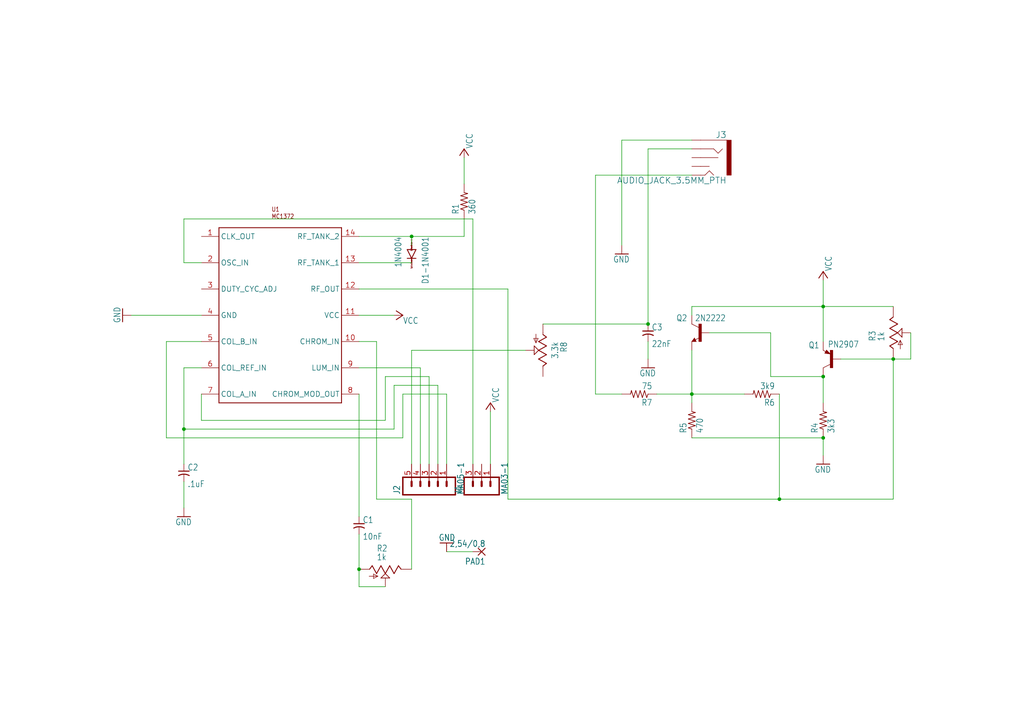
<source format=kicad_sch>
(kicad_sch
	(version 20250114)
	(generator "eeschema")
	(generator_version "9.0")
	(uuid "10b578e1-d913-42e6-b9e5-398116858bd9")
	(paper "A4")
	(lib_symbols
		(symbol "Coco2Composite-eagle-import:1N4004"
			(exclude_from_sim no)
			(in_bom yes)
			(on_board yes)
			(property "Reference" "D"
				(at 2.54 0.4826 0)
				(effects
					(font
						(size 1.778 1.5113)
					)
					(justify left bottom)
				)
			)
			(property "Value" ""
				(at 2.54 -2.3114 0)
				(effects
					(font
						(size 1.778 1.5113)
					)
					(justify left bottom)
				)
			)
			(property "Footprint" "Coco2Composite:DO41-10"
				(at 0 0 0)
				(effects
					(font
						(size 1.27 1.27)
					)
					(hide yes)
				)
			)
			(property "Datasheet" ""
				(at 0 0 0)
				(effects
					(font
						(size 1.27 1.27)
					)
					(hide yes)
				)
			)
			(property "Description" "DIODE\n\ngeneral purpose rectifier, 1 A"
				(at 0 0 0)
				(effects
					(font
						(size 1.27 1.27)
					)
					(hide yes)
				)
			)
			(property "ki_locked" ""
				(at 0 0 0)
				(effects
					(font
						(size 1.27 1.27)
					)
				)
			)
			(symbol "1N4004_1_0"
				(polyline
					(pts
						(xy -1.27 1.27) (xy -1.27 0)
					)
					(stroke
						(width 0.254)
						(type solid)
					)
					(fill
						(type none)
					)
				)
				(polyline
					(pts
						(xy -1.27 0) (xy -2.54 0)
					)
					(stroke
						(width 0.254)
						(type solid)
					)
					(fill
						(type none)
					)
				)
				(polyline
					(pts
						(xy -1.27 0) (xy -1.27 -1.27)
					)
					(stroke
						(width 0.254)
						(type solid)
					)
					(fill
						(type none)
					)
				)
				(polyline
					(pts
						(xy -1.27 -1.27) (xy 1.27 0)
					)
					(stroke
						(width 0.254)
						(type solid)
					)
					(fill
						(type none)
					)
				)
				(polyline
					(pts
						(xy 1.27 1.27) (xy 1.27 0)
					)
					(stroke
						(width 0.254)
						(type solid)
					)
					(fill
						(type none)
					)
				)
				(polyline
					(pts
						(xy 1.27 0) (xy -1.27 1.27)
					)
					(stroke
						(width 0.254)
						(type solid)
					)
					(fill
						(type none)
					)
				)
				(polyline
					(pts
						(xy 1.27 0) (xy 1.27 -1.27)
					)
					(stroke
						(width 0.254)
						(type solid)
					)
					(fill
						(type none)
					)
				)
				(polyline
					(pts
						(xy 2.54 0) (xy 1.27 0)
					)
					(stroke
						(width 0.254)
						(type solid)
					)
					(fill
						(type none)
					)
				)
				(text "SpiceOrder 1"
					(at -2.54 0 0)
					(effects
						(font
							(size 0.4064 0.3454)
						)
					)
				)
				(text "SpiceOrder 2"
					(at 2.54 0 0)
					(effects
						(font
							(size 0.4064 0.3454)
						)
					)
				)
				(pin passive line
					(at -2.54 0 0)
					(length 0)
					(name "A"
						(effects
							(font
								(size 0 0)
							)
						)
					)
					(number "A"
						(effects
							(font
								(size 0 0)
							)
						)
					)
				)
				(pin passive line
					(at 2.54 0 180)
					(length 0)
					(name "C"
						(effects
							(font
								(size 0 0)
							)
						)
					)
					(number "C"
						(effects
							(font
								(size 0 0)
							)
						)
					)
				)
			)
			(embedded_fonts no)
		)
		(symbol "Coco2Composite-eagle-import:2,54/0,8"
			(exclude_from_sim no)
			(in_bom yes)
			(on_board yes)
			(property "Reference" "PAD"
				(at -1.143 1.8542 0)
				(effects
					(font
						(size 1.778 1.5113)
					)
					(justify left bottom)
				)
			)
			(property "Value" ""
				(at -1.143 -3.302 0)
				(effects
					(font
						(size 1.778 1.5113)
					)
					(justify left bottom)
				)
			)
			(property "Footprint" "Coco2Composite:2,54_0,8"
				(at 0 0 0)
				(effects
					(font
						(size 1.27 1.27)
					)
					(hide yes)
				)
			)
			(property "Datasheet" ""
				(at 0 0 0)
				(effects
					(font
						(size 1.27 1.27)
					)
					(hide yes)
				)
			)
			(property "Description" "THROUGH-HOLE PAD"
				(at 0 0 0)
				(effects
					(font
						(size 1.27 1.27)
					)
					(hide yes)
				)
			)
			(property "ki_locked" ""
				(at 0 0 0)
				(effects
					(font
						(size 1.27 1.27)
					)
				)
			)
			(symbol "2,54/0,8_1_0"
				(polyline
					(pts
						(xy -1.016 1.016) (xy 1.016 -1.016)
					)
					(stroke
						(width 0.254)
						(type solid)
					)
					(fill
						(type none)
					)
				)
				(polyline
					(pts
						(xy -1.016 -1.016) (xy 1.016 1.016)
					)
					(stroke
						(width 0.254)
						(type solid)
					)
					(fill
						(type none)
					)
				)
				(pin passive line
					(at 2.54 0 180)
					(length 2.54)
					(name "P"
						(effects
							(font
								(size 0 0)
							)
						)
					)
					(number "1"
						(effects
							(font
								(size 0 0)
							)
						)
					)
				)
			)
			(embedded_fonts no)
		)
		(symbol "Coco2Composite-eagle-import:AUDIO_JACK_3.5MM_PTH"
			(exclude_from_sim no)
			(in_bom yes)
			(on_board yes)
			(property "Reference" "J"
				(at -5.08 5.588 0)
				(effects
					(font
						(size 1.778 1.778)
					)
					(justify left bottom)
				)
			)
			(property "Value" ""
				(at -5.08 -7.62 0)
				(effects
					(font
						(size 1.778 1.778)
					)
					(justify left bottom)
				)
			)
			(property "Footprint" "Coco2Composite:AUDIO-JACK"
				(at 0 0 0)
				(effects
					(font
						(size 1.27 1.27)
					)
					(hide yes)
				)
			)
			(property "Datasheet" ""
				(at 0 0 0)
				(effects
					(font
						(size 1.27 1.27)
					)
					(hide yes)
				)
			)
			(property "Description" "Audio Jack\n\n3.5mm variants of PTH and SMT stereo audio jack with bypass switches.\n\nSparkFun Products:\n\n• SparkFun SparkPunk Sound Kit  - PTH\n• MP3 Trigger -3.5mm SMD\n• SparkFun PicoBoard- 2.5mm SMD"
				(at 0 0 0)
				(effects
					(font
						(size 1.27 1.27)
					)
					(hide yes)
				)
			)
			(property "ki_locked" ""
				(at 0 0 0)
				(effects
					(font
						(size 1.27 1.27)
					)
				)
			)
			(symbol "AUDIO_JACK_3.5MM_PTH_1_0"
				(rectangle
					(start -6.35 -5.08)
					(end -5.08 5.08)
					(stroke
						(width 0)
						(type default)
					)
					(fill
						(type outline)
					)
				)
				(polyline
					(pts
						(xy -2.54 1.27) (xy -3.81 2.54)
					)
					(stroke
						(width 0.1524)
						(type solid)
					)
					(fill
						(type none)
					)
				)
				(polyline
					(pts
						(xy -2.54 0) (xy 2.54 0)
					)
					(stroke
						(width 0.1524)
						(type solid)
					)
					(fill
						(type none)
					)
				)
				(polyline
					(pts
						(xy -1.27 2.54) (xy -2.54 1.27)
					)
					(stroke
						(width 0.1524)
						(type solid)
					)
					(fill
						(type none)
					)
				)
				(polyline
					(pts
						(xy -1.27 -5.08) (xy 0 -3.81)
					)
					(stroke
						(width 0.1524)
						(type solid)
					)
					(fill
						(type none)
					)
				)
				(polyline
					(pts
						(xy 0 -2.54) (xy 2.54 -2.54)
					)
					(stroke
						(width 0.1524)
						(type solid)
					)
					(fill
						(type none)
					)
				)
				(polyline
					(pts
						(xy 0 -3.81) (xy 1.27 -5.08)
					)
					(stroke
						(width 0.1524)
						(type solid)
					)
					(fill
						(type none)
					)
				)
				(polyline
					(pts
						(xy 1.27 -5.08) (xy 2.54 -5.08)
					)
					(stroke
						(width 0.1524)
						(type solid)
					)
					(fill
						(type none)
					)
				)
				(polyline
					(pts
						(xy 2.54 5.08) (xy -5.08 5.08)
					)
					(stroke
						(width 0.1524)
						(type solid)
					)
					(fill
						(type none)
					)
				)
				(polyline
					(pts
						(xy 2.54 2.54) (xy -1.27 2.54)
					)
					(stroke
						(width 0.1524)
						(type solid)
					)
					(fill
						(type none)
					)
				)
				(pin bidirectional line
					(at 5.08 5.08 180)
					(length 2.54)
					(name "SLEEVE"
						(effects
							(font
								(size 0 0)
							)
						)
					)
					(number "SLEEVE"
						(effects
							(font
								(size 0 0)
							)
						)
					)
				)
				(pin bidirectional line
					(at 5.08 2.54 180)
					(length 2.54)
					(name "RING"
						(effects
							(font
								(size 0 0)
							)
						)
					)
					(number "RING"
						(effects
							(font
								(size 0 0)
							)
						)
					)
				)
				(pin bidirectional line
					(at 5.08 0 180)
					(length 2.54)
					(name "RSH"
						(effects
							(font
								(size 0 0)
							)
						)
					)
					(number "RSH"
						(effects
							(font
								(size 0 0)
							)
						)
					)
				)
				(pin bidirectional line
					(at 5.08 -2.54 180)
					(length 2.54)
					(name "TSH"
						(effects
							(font
								(size 0 0)
							)
						)
					)
					(number "TSH"
						(effects
							(font
								(size 0 0)
							)
						)
					)
				)
				(pin bidirectional line
					(at 5.08 -5.08 180)
					(length 2.54)
					(name "TIP"
						(effects
							(font
								(size 0 0)
							)
						)
					)
					(number "TIP"
						(effects
							(font
								(size 0 0)
							)
						)
					)
				)
			)
			(embedded_fonts no)
		)
		(symbol "Coco2Composite-eagle-import:BC547"
			(exclude_from_sim no)
			(in_bom yes)
			(on_board yes)
			(property "Reference" "Q"
				(at -10.16 7.62 0)
				(effects
					(font
						(size 1.778 1.5113)
					)
					(justify left bottom)
				)
			)
			(property "Value" ""
				(at -10.16 5.08 0)
				(effects
					(font
						(size 1.778 1.5113)
					)
					(justify left bottom)
				)
			)
			(property "Footprint" "Coco2Composite:TO92"
				(at 0 0 0)
				(effects
					(font
						(size 1.27 1.27)
					)
					(hide yes)
				)
			)
			(property "Datasheet" ""
				(at 0 0 0)
				(effects
					(font
						(size 1.27 1.27)
					)
					(hide yes)
				)
			)
			(property "Description" "NPN Transistor"
				(at 0 0 0)
				(effects
					(font
						(size 1.27 1.27)
					)
					(hide yes)
				)
			)
			(property "ki_locked" ""
				(at 0 0 0)
				(effects
					(font
						(size 1.27 1.27)
					)
				)
			)
			(symbol "BC547_1_0"
				(rectangle
					(start -0.254 -2.54)
					(end 0.508 2.54)
					(stroke
						(width 0)
						(type default)
					)
					(fill
						(type outline)
					)
				)
				(polyline
					(pts
						(xy 1.27 -2.54) (xy 1.778 -1.524)
					)
					(stroke
						(width 0.1524)
						(type solid)
					)
					(fill
						(type none)
					)
				)
				(polyline
					(pts
						(xy 1.524 -2.286) (xy 1.905 -2.286)
					)
					(stroke
						(width 0.254)
						(type solid)
					)
					(fill
						(type none)
					)
				)
				(polyline
					(pts
						(xy 1.524 -2.413) (xy 2.286 -2.413)
					)
					(stroke
						(width 0.254)
						(type solid)
					)
					(fill
						(type none)
					)
				)
				(polyline
					(pts
						(xy 1.54 -2.04) (xy 0.308 -1.424)
					)
					(stroke
						(width 0.1524)
						(type solid)
					)
					(fill
						(type none)
					)
				)
				(polyline
					(pts
						(xy 1.778 -1.524) (xy 2.54 -2.54)
					)
					(stroke
						(width 0.1524)
						(type solid)
					)
					(fill
						(type none)
					)
				)
				(polyline
					(pts
						(xy 1.778 -1.778) (xy 1.524 -2.286)
					)
					(stroke
						(width 0.254)
						(type solid)
					)
					(fill
						(type none)
					)
				)
				(polyline
					(pts
						(xy 1.905 -2.286) (xy 1.778 -2.032)
					)
					(stroke
						(width 0.254)
						(type solid)
					)
					(fill
						(type none)
					)
				)
				(polyline
					(pts
						(xy 2.286 -2.413) (xy 1.778 -1.778)
					)
					(stroke
						(width 0.254)
						(type solid)
					)
					(fill
						(type none)
					)
				)
				(polyline
					(pts
						(xy 2.54 2.54) (xy 0.508 1.524)
					)
					(stroke
						(width 0.1524)
						(type solid)
					)
					(fill
						(type none)
					)
				)
				(polyline
					(pts
						(xy 2.54 -2.54) (xy 1.27 -2.54)
					)
					(stroke
						(width 0.1524)
						(type solid)
					)
					(fill
						(type none)
					)
				)
				(pin passive line
					(at -2.54 0 0)
					(length 2.54)
					(name "B"
						(effects
							(font
								(size 0 0)
							)
						)
					)
					(number "2"
						(effects
							(font
								(size 0 0)
							)
						)
					)
				)
				(pin passive line
					(at 2.54 5.08 270)
					(length 2.54)
					(name "C"
						(effects
							(font
								(size 0 0)
							)
						)
					)
					(number "3"
						(effects
							(font
								(size 0 0)
							)
						)
					)
				)
				(pin passive line
					(at 2.54 -5.08 90)
					(length 2.54)
					(name "E"
						(effects
							(font
								(size 0 0)
							)
						)
					)
					(number "1"
						(effects
							(font
								(size 0 0)
							)
						)
					)
				)
			)
			(embedded_fonts no)
		)
		(symbol "Coco2Composite-eagle-import:BC557"
			(exclude_from_sim no)
			(in_bom yes)
			(on_board yes)
			(property "Reference" "Q"
				(at -10.16 7.62 0)
				(effects
					(font
						(size 1.778 1.5113)
					)
					(justify left bottom)
				)
			)
			(property "Value" ""
				(at -10.16 5.08 0)
				(effects
					(font
						(size 1.778 1.5113)
					)
					(justify left bottom)
				)
			)
			(property "Footprint" "Coco2Composite:TO92-EBC"
				(at 0 0 0)
				(effects
					(font
						(size 1.27 1.27)
					)
					(hide yes)
				)
			)
			(property "Datasheet" ""
				(at 0 0 0)
				(effects
					(font
						(size 1.27 1.27)
					)
					(hide yes)
				)
			)
			(property "Description" "PNP Transistror"
				(at 0 0 0)
				(effects
					(font
						(size 1.27 1.27)
					)
					(hide yes)
				)
			)
			(property "ki_locked" ""
				(at 0 0 0)
				(effects
					(font
						(size 1.27 1.27)
					)
				)
			)
			(symbol "BC557_1_0"
				(rectangle
					(start -0.254 -2.54)
					(end 0.508 2.54)
					(stroke
						(width 0)
						(type default)
					)
					(fill
						(type outline)
					)
				)
				(polyline
					(pts
						(xy 0.516 1.478) (xy 2.086 1.678)
					)
					(stroke
						(width 0.1524)
						(type solid)
					)
					(fill
						(type none)
					)
				)
				(polyline
					(pts
						(xy 0.762 1.651) (xy 1.778 1.778)
					)
					(stroke
						(width 0.254)
						(type solid)
					)
					(fill
						(type none)
					)
				)
				(polyline
					(pts
						(xy 1.143 1.905) (xy 1.524 1.905)
					)
					(stroke
						(width 0.254)
						(type solid)
					)
					(fill
						(type none)
					)
				)
				(polyline
					(pts
						(xy 1.524 2.413) (xy 0.762 1.651)
					)
					(stroke
						(width 0.254)
						(type solid)
					)
					(fill
						(type none)
					)
				)
				(polyline
					(pts
						(xy 1.524 2.159) (xy 1.143 1.905)
					)
					(stroke
						(width 0.254)
						(type solid)
					)
					(fill
						(type none)
					)
				)
				(polyline
					(pts
						(xy 1.578 2.594) (xy 0.516 1.478)
					)
					(stroke
						(width 0.1524)
						(type solid)
					)
					(fill
						(type none)
					)
				)
				(polyline
					(pts
						(xy 1.778 1.778) (xy 1.524 2.159)
					)
					(stroke
						(width 0.254)
						(type solid)
					)
					(fill
						(type none)
					)
				)
				(polyline
					(pts
						(xy 1.905 1.778) (xy 1.524 2.413)
					)
					(stroke
						(width 0.254)
						(type solid)
					)
					(fill
						(type none)
					)
				)
				(polyline
					(pts
						(xy 2.086 1.678) (xy 1.578 2.594)
					)
					(stroke
						(width 0.1524)
						(type solid)
					)
					(fill
						(type none)
					)
				)
				(polyline
					(pts
						(xy 2.54 2.54) (xy 1.808 2.124)
					)
					(stroke
						(width 0.1524)
						(type solid)
					)
					(fill
						(type none)
					)
				)
				(polyline
					(pts
						(xy 2.54 -2.54) (xy 0.508 -1.524)
					)
					(stroke
						(width 0.1524)
						(type solid)
					)
					(fill
						(type none)
					)
				)
				(pin passive line
					(at -2.54 0 0)
					(length 2.54)
					(name "B"
						(effects
							(font
								(size 0 0)
							)
						)
					)
					(number "B"
						(effects
							(font
								(size 0 0)
							)
						)
					)
				)
				(pin passive line
					(at 2.54 5.08 270)
					(length 2.54)
					(name "E"
						(effects
							(font
								(size 0 0)
							)
						)
					)
					(number "E"
						(effects
							(font
								(size 0 0)
							)
						)
					)
				)
				(pin passive line
					(at 2.54 -5.08 90)
					(length 2.54)
					(name "C"
						(effects
							(font
								(size 0 0)
							)
						)
					)
					(number "C"
						(effects
							(font
								(size 0 0)
							)
						)
					)
				)
			)
			(embedded_fonts no)
		)
		(symbol "Coco2Composite-eagle-import:GND"
			(power)
			(exclude_from_sim no)
			(in_bom yes)
			(on_board yes)
			(property "Reference" "#GND"
				(at 0 0 0)
				(effects
					(font
						(size 1.27 1.27)
					)
					(hide yes)
				)
			)
			(property "Value" ""
				(at -2.54 -2.54 0)
				(effects
					(font
						(size 1.778 1.5113)
					)
					(justify left bottom)
				)
			)
			(property "Footprint" ""
				(at 0 0 0)
				(effects
					(font
						(size 1.27 1.27)
					)
					(hide yes)
				)
			)
			(property "Datasheet" ""
				(at 0 0 0)
				(effects
					(font
						(size 1.27 1.27)
					)
					(hide yes)
				)
			)
			(property "Description" "SUPPLY SYMBOL"
				(at 0 0 0)
				(effects
					(font
						(size 1.27 1.27)
					)
					(hide yes)
				)
			)
			(property "ki_locked" ""
				(at 0 0 0)
				(effects
					(font
						(size 1.27 1.27)
					)
				)
			)
			(symbol "GND_1_0"
				(polyline
					(pts
						(xy -1.905 0) (xy 1.905 0)
					)
					(stroke
						(width 0.254)
						(type solid)
					)
					(fill
						(type none)
					)
				)
				(pin power_in line
					(at 0 2.54 270)
					(length 2.54)
					(name "GND"
						(effects
							(font
								(size 0 0)
							)
						)
					)
					(number "1"
						(effects
							(font
								(size 0 0)
							)
						)
					)
				)
			)
			(embedded_fonts no)
		)
		(symbol "Coco2Composite-eagle-import:MA03-1"
			(exclude_from_sim no)
			(in_bom yes)
			(on_board yes)
			(property "Reference" "SV"
				(at -1.27 5.842 0)
				(effects
					(font
						(size 1.778 1.5113)
					)
					(justify left bottom)
				)
			)
			(property "Value" ""
				(at -1.27 -7.62 0)
				(effects
					(font
						(size 1.778 1.5113)
					)
					(justify left bottom)
				)
			)
			(property "Footprint" "Coco2Composite:MA03-1"
				(at 0 0 0)
				(effects
					(font
						(size 1.27 1.27)
					)
					(hide yes)
				)
			)
			(property "Datasheet" ""
				(at 0 0 0)
				(effects
					(font
						(size 1.27 1.27)
					)
					(hide yes)
				)
			)
			(property "Description" "PIN HEADER"
				(at 0 0 0)
				(effects
					(font
						(size 1.27 1.27)
					)
					(hide yes)
				)
			)
			(property "ki_locked" ""
				(at 0 0 0)
				(effects
					(font
						(size 1.27 1.27)
					)
				)
			)
			(symbol "MA03-1_1_0"
				(polyline
					(pts
						(xy -1.27 5.08) (xy -1.27 -5.08)
					)
					(stroke
						(width 0.4064)
						(type solid)
					)
					(fill
						(type none)
					)
				)
				(polyline
					(pts
						(xy -1.27 5.08) (xy 3.81 5.08)
					)
					(stroke
						(width 0.4064)
						(type solid)
					)
					(fill
						(type none)
					)
				)
				(polyline
					(pts
						(xy 1.27 2.54) (xy 2.54 2.54)
					)
					(stroke
						(width 0.6096)
						(type solid)
					)
					(fill
						(type none)
					)
				)
				(polyline
					(pts
						(xy 1.27 0) (xy 2.54 0)
					)
					(stroke
						(width 0.6096)
						(type solid)
					)
					(fill
						(type none)
					)
				)
				(polyline
					(pts
						(xy 1.27 -2.54) (xy 2.54 -2.54)
					)
					(stroke
						(width 0.6096)
						(type solid)
					)
					(fill
						(type none)
					)
				)
				(polyline
					(pts
						(xy 3.81 -5.08) (xy -1.27 -5.08)
					)
					(stroke
						(width 0.4064)
						(type solid)
					)
					(fill
						(type none)
					)
				)
				(polyline
					(pts
						(xy 3.81 -5.08) (xy 3.81 5.08)
					)
					(stroke
						(width 0.4064)
						(type solid)
					)
					(fill
						(type none)
					)
				)
				(pin passive line
					(at 7.62 2.54 180)
					(length 5.08)
					(name "3"
						(effects
							(font
								(size 0 0)
							)
						)
					)
					(number "3"
						(effects
							(font
								(size 1.524 1.524)
							)
						)
					)
				)
				(pin passive line
					(at 7.62 0 180)
					(length 5.08)
					(name "2"
						(effects
							(font
								(size 0 0)
							)
						)
					)
					(number "2"
						(effects
							(font
								(size 1.524 1.524)
							)
						)
					)
				)
				(pin passive line
					(at 7.62 -2.54 180)
					(length 5.08)
					(name "1"
						(effects
							(font
								(size 0 0)
							)
						)
					)
					(number "1"
						(effects
							(font
								(size 1.524 1.524)
							)
						)
					)
				)
			)
			(embedded_fonts no)
		)
		(symbol "Coco2Composite-eagle-import:MA05-1"
			(exclude_from_sim no)
			(in_bom yes)
			(on_board yes)
			(property "Reference" "SV"
				(at -1.27 8.382 0)
				(effects
					(font
						(size 1.778 1.5113)
					)
					(justify left bottom)
				)
			)
			(property "Value" ""
				(at -1.27 -10.16 0)
				(effects
					(font
						(size 1.778 1.5113)
					)
					(justify left bottom)
				)
			)
			(property "Footprint" "Coco2Composite:MA05-1"
				(at 0 0 0)
				(effects
					(font
						(size 1.27 1.27)
					)
					(hide yes)
				)
			)
			(property "Datasheet" ""
				(at 0 0 0)
				(effects
					(font
						(size 1.27 1.27)
					)
					(hide yes)
				)
			)
			(property "Description" "PIN HEADER"
				(at 0 0 0)
				(effects
					(font
						(size 1.27 1.27)
					)
					(hide yes)
				)
			)
			(property "ki_locked" ""
				(at 0 0 0)
				(effects
					(font
						(size 1.27 1.27)
					)
				)
			)
			(symbol "MA05-1_1_0"
				(polyline
					(pts
						(xy -1.27 7.62) (xy -1.27 -7.62)
					)
					(stroke
						(width 0.4064)
						(type solid)
					)
					(fill
						(type none)
					)
				)
				(polyline
					(pts
						(xy -1.27 7.62) (xy 3.81 7.62)
					)
					(stroke
						(width 0.4064)
						(type solid)
					)
					(fill
						(type none)
					)
				)
				(polyline
					(pts
						(xy 1.27 5.08) (xy 2.54 5.08)
					)
					(stroke
						(width 0.6096)
						(type solid)
					)
					(fill
						(type none)
					)
				)
				(polyline
					(pts
						(xy 1.27 2.54) (xy 2.54 2.54)
					)
					(stroke
						(width 0.6096)
						(type solid)
					)
					(fill
						(type none)
					)
				)
				(polyline
					(pts
						(xy 1.27 0) (xy 2.54 0)
					)
					(stroke
						(width 0.6096)
						(type solid)
					)
					(fill
						(type none)
					)
				)
				(polyline
					(pts
						(xy 1.27 -2.54) (xy 2.54 -2.54)
					)
					(stroke
						(width 0.6096)
						(type solid)
					)
					(fill
						(type none)
					)
				)
				(polyline
					(pts
						(xy 1.27 -5.08) (xy 2.54 -5.08)
					)
					(stroke
						(width 0.6096)
						(type solid)
					)
					(fill
						(type none)
					)
				)
				(polyline
					(pts
						(xy 3.81 -7.62) (xy -1.27 -7.62)
					)
					(stroke
						(width 0.4064)
						(type solid)
					)
					(fill
						(type none)
					)
				)
				(polyline
					(pts
						(xy 3.81 -7.62) (xy 3.81 7.62)
					)
					(stroke
						(width 0.4064)
						(type solid)
					)
					(fill
						(type none)
					)
				)
				(pin passive line
					(at 7.62 5.08 180)
					(length 5.08)
					(name "5"
						(effects
							(font
								(size 0 0)
							)
						)
					)
					(number "5"
						(effects
							(font
								(size 1.524 1.524)
							)
						)
					)
				)
				(pin passive line
					(at 7.62 2.54 180)
					(length 5.08)
					(name "4"
						(effects
							(font
								(size 0 0)
							)
						)
					)
					(number "4"
						(effects
							(font
								(size 1.524 1.524)
							)
						)
					)
				)
				(pin passive line
					(at 7.62 0 180)
					(length 5.08)
					(name "3"
						(effects
							(font
								(size 0 0)
							)
						)
					)
					(number "3"
						(effects
							(font
								(size 1.524 1.524)
							)
						)
					)
				)
				(pin passive line
					(at 7.62 -2.54 180)
					(length 5.08)
					(name "2"
						(effects
							(font
								(size 0 0)
							)
						)
					)
					(number "2"
						(effects
							(font
								(size 1.524 1.524)
							)
						)
					)
				)
				(pin passive line
					(at 7.62 -5.08 180)
					(length 5.08)
					(name "1"
						(effects
							(font
								(size 0 0)
							)
						)
					)
					(number "1"
						(effects
							(font
								(size 1.524 1.524)
							)
						)
					)
				)
			)
			(embedded_fonts no)
		)
		(symbol "Coco2Composite-eagle-import:MC1372"
			(exclude_from_sim no)
			(in_bom yes)
			(on_board yes)
			(property "Reference" "U1"
				(at 0 0 0)
				(effects
					(font
						(size 1.27 1.27)
					)
					(hide yes)
				)
			)
			(property "Value" "MC1372"
				(at 0 0 0)
				(effects
					(font
						(size 1.27 1.27)
					)
					(hide yes)
				)
			)
			(property "Footprint" "Package_DIP:DIP-14_W7.62mm"
				(at 0 0 0)
				(effects
					(font
						(size 1.27 1.27)
					)
					(hide yes)
				)
			)
			(property "Datasheet" ""
				(at 0 0 0)
				(effects
					(font
						(size 1.27 1.27)
					)
					(hide yes)
				)
			)
			(property "Description" ""
				(at 0 0 0)
				(effects
					(font
						(size 1.27 1.27)
					)
					(hide yes)
				)
			)
			(property "ki_locked" ""
				(at 0 0 0)
				(effects
					(font
						(size 1.27 1.27)
					)
				)
			)
			(symbol "MC1372_1_0"
				(polyline
					(pts
						(xy -20.32 25.4) (xy -20.32 -25.4)
					)
					(stroke
						(width 0.254)
						(type solid)
					)
					(fill
						(type none)
					)
				)
				(polyline
					(pts
						(xy -20.32 -25.4) (xy 15.24 -25.4)
					)
					(stroke
						(width 0.254)
						(type solid)
					)
					(fill
						(type none)
					)
				)
				(polyline
					(pts
						(xy 15.24 25.4) (xy -20.32 25.4)
					)
					(stroke
						(width 0.254)
						(type solid)
					)
					(fill
						(type none)
					)
				)
				(polyline
					(pts
						(xy 15.24 -25.4) (xy 15.24 25.4)
					)
					(stroke
						(width 0.254)
						(type solid)
					)
					(fill
						(type none)
					)
				)
				(text "${REFERENCE}\n${VALUE}"
					(at -5.08 27.94 0)
					(effects
						(font
							(size 1.27 1.0795)
						)
						(justify left bottom)
					)
				)
				(pin output line
					(at -25.4 22.86 0)
					(length 5.08)
					(name "CLK_OUT"
						(effects
							(font
								(size 1.524 1.524)
							)
						)
					)
					(number "1"
						(effects
							(font
								(size 1.524 1.524)
							)
						)
					)
				)
				(pin input line
					(at -25.4 15.24 0)
					(length 5.08)
					(name "OSC_IN"
						(effects
							(font
								(size 1.524 1.524)
							)
						)
					)
					(number "2"
						(effects
							(font
								(size 1.524 1.524)
							)
						)
					)
				)
				(pin bidirectional line
					(at -25.4 7.62 0)
					(length 5.08)
					(name "DUTY_CYC_ADJ"
						(effects
							(font
								(size 1.524 1.524)
							)
						)
					)
					(number "3"
						(effects
							(font
								(size 1.524 1.524)
							)
						)
					)
				)
				(pin input line
					(at -25.4 0 0)
					(length 5.08)
					(name "GND"
						(effects
							(font
								(size 1.524 1.524)
							)
						)
					)
					(number "4"
						(effects
							(font
								(size 1.524 1.524)
							)
						)
					)
				)
				(pin input line
					(at -25.4 -7.62 0)
					(length 5.08)
					(name "COL_B_IN"
						(effects
							(font
								(size 1.524 1.524)
							)
						)
					)
					(number "5"
						(effects
							(font
								(size 1.524 1.524)
							)
						)
					)
				)
				(pin input line
					(at -25.4 -15.24 0)
					(length 5.08)
					(name "COL_REF_IN"
						(effects
							(font
								(size 1.524 1.524)
							)
						)
					)
					(number "6"
						(effects
							(font
								(size 1.524 1.524)
							)
						)
					)
				)
				(pin input line
					(at -25.4 -22.86 0)
					(length 5.08)
					(name "COL_A_IN"
						(effects
							(font
								(size 1.524 1.524)
							)
						)
					)
					(number "7"
						(effects
							(font
								(size 1.524 1.524)
							)
						)
					)
				)
				(pin bidirectional line
					(at 20.32 22.86 180)
					(length 5.08)
					(name "RF_TANK_2"
						(effects
							(font
								(size 1.524 1.524)
							)
						)
					)
					(number "14"
						(effects
							(font
								(size 1.524 1.524)
							)
						)
					)
				)
				(pin bidirectional line
					(at 20.32 15.24 180)
					(length 5.08)
					(name "RF_TANK_1"
						(effects
							(font
								(size 1.524 1.524)
							)
						)
					)
					(number "13"
						(effects
							(font
								(size 1.524 1.524)
							)
						)
					)
				)
				(pin output line
					(at 20.32 7.62 180)
					(length 5.08)
					(name "RF_OUT"
						(effects
							(font
								(size 1.524 1.524)
							)
						)
					)
					(number "12"
						(effects
							(font
								(size 1.524 1.524)
							)
						)
					)
				)
				(pin input line
					(at 20.32 0 180)
					(length 5.08)
					(name "VCC"
						(effects
							(font
								(size 1.524 1.524)
							)
						)
					)
					(number "11"
						(effects
							(font
								(size 1.524 1.524)
							)
						)
					)
				)
				(pin input line
					(at 20.32 -7.62 180)
					(length 5.08)
					(name "CHROM_IN"
						(effects
							(font
								(size 1.524 1.524)
							)
						)
					)
					(number "10"
						(effects
							(font
								(size 1.524 1.524)
							)
						)
					)
				)
				(pin input line
					(at 20.32 -15.24 180)
					(length 5.08)
					(name "LUM_IN"
						(effects
							(font
								(size 1.524 1.524)
							)
						)
					)
					(number "9"
						(effects
							(font
								(size 1.524 1.524)
							)
						)
					)
				)
				(pin output line
					(at 20.32 -22.86 180)
					(length 5.08)
					(name "CHROM_MOD_OUT"
						(effects
							(font
								(size 1.524 1.524)
							)
						)
					)
					(number "8"
						(effects
							(font
								(size 1.524 1.524)
							)
						)
					)
				)
			)
			(embedded_fonts no)
		)
		(symbol "Coco2Composite-eagle-import:R-US_0204/2V"
			(exclude_from_sim no)
			(in_bom yes)
			(on_board yes)
			(property "Reference" "R"
				(at -3.81 1.4986 0)
				(effects
					(font
						(size 1.778 1.5113)
					)
					(justify left bottom)
				)
			)
			(property "Value" ""
				(at -3.81 -3.302 0)
				(effects
					(font
						(size 1.778 1.5113)
					)
					(justify left bottom)
				)
			)
			(property "Footprint" "Coco2Composite:0204V"
				(at 0 0 0)
				(effects
					(font
						(size 1.27 1.27)
					)
					(hide yes)
				)
			)
			(property "Datasheet" ""
				(at 0 0 0)
				(effects
					(font
						(size 1.27 1.27)
					)
					(hide yes)
				)
			)
			(property "Description" "RESISTOR, American symbol"
				(at 0 0 0)
				(effects
					(font
						(size 1.27 1.27)
					)
					(hide yes)
				)
			)
			(property "ki_locked" ""
				(at 0 0 0)
				(effects
					(font
						(size 1.27 1.27)
					)
				)
			)
			(symbol "R-US_0204/2V_1_0"
				(polyline
					(pts
						(xy -2.54 0) (xy -2.159 1.016)
					)
					(stroke
						(width 0.2032)
						(type solid)
					)
					(fill
						(type none)
					)
				)
				(polyline
					(pts
						(xy -2.159 1.016) (xy -1.524 -1.016)
					)
					(stroke
						(width 0.2032)
						(type solid)
					)
					(fill
						(type none)
					)
				)
				(polyline
					(pts
						(xy -1.524 -1.016) (xy -0.889 1.016)
					)
					(stroke
						(width 0.2032)
						(type solid)
					)
					(fill
						(type none)
					)
				)
				(polyline
					(pts
						(xy -0.889 1.016) (xy -0.254 -1.016)
					)
					(stroke
						(width 0.2032)
						(type solid)
					)
					(fill
						(type none)
					)
				)
				(polyline
					(pts
						(xy -0.254 -1.016) (xy 0.381 1.016)
					)
					(stroke
						(width 0.2032)
						(type solid)
					)
					(fill
						(type none)
					)
				)
				(polyline
					(pts
						(xy 0.381 1.016) (xy 1.016 -1.016)
					)
					(stroke
						(width 0.2032)
						(type solid)
					)
					(fill
						(type none)
					)
				)
				(polyline
					(pts
						(xy 1.016 -1.016) (xy 1.651 1.016)
					)
					(stroke
						(width 0.2032)
						(type solid)
					)
					(fill
						(type none)
					)
				)
				(polyline
					(pts
						(xy 1.651 1.016) (xy 2.286 -1.016)
					)
					(stroke
						(width 0.2032)
						(type solid)
					)
					(fill
						(type none)
					)
				)
				(polyline
					(pts
						(xy 2.286 -1.016) (xy 2.54 0)
					)
					(stroke
						(width 0.2032)
						(type solid)
					)
					(fill
						(type none)
					)
				)
				(pin passive line
					(at -5.08 0 0)
					(length 2.54)
					(name "1"
						(effects
							(font
								(size 0 0)
							)
						)
					)
					(number "1"
						(effects
							(font
								(size 0 0)
							)
						)
					)
				)
				(pin passive line
					(at 5.08 0 180)
					(length 2.54)
					(name "2"
						(effects
							(font
								(size 0 0)
							)
						)
					)
					(number "2"
						(effects
							(font
								(size 0 0)
							)
						)
					)
				)
			)
			(embedded_fonts no)
		)
		(symbol "Coco2Composite-eagle-import:TRIM_US-B25U"
			(exclude_from_sim no)
			(in_bom yes)
			(on_board yes)
			(property "Reference" "R"
				(at -5.08 -2.54 90)
				(effects
					(font
						(size 1.778 1.5113)
					)
					(justify left bottom)
				)
			)
			(property "Value" ""
				(at -2.54 -2.54 90)
				(effects
					(font
						(size 1.778 1.5113)
					)
					(justify left bottom)
				)
			)
			(property "Footprint" "Coco2Composite:B25U"
				(at 0 0 0)
				(effects
					(font
						(size 1.27 1.27)
					)
					(hide yes)
				)
			)
			(property "Datasheet" ""
				(at 0 0 0)
				(effects
					(font
						(size 1.27 1.27)
					)
					(hide yes)
				)
			)
			(property "Description" "POTENTIOMETER"
				(at 0 0 0)
				(effects
					(font
						(size 1.27 1.27)
					)
					(hide yes)
				)
			)
			(property "ki_locked" ""
				(at 0 0 0)
				(effects
					(font
						(size 1.27 1.27)
					)
				)
			)
			(symbol "TRIM_US-B25U_1_0"
				(polyline
					(pts
						(xy -1.016 3.81) (xy 0 4.572)
					)
					(stroke
						(width 0.254)
						(type solid)
					)
					(fill
						(type none)
					)
				)
				(polyline
					(pts
						(xy -1.016 1.27) (xy 1.27 2.54)
					)
					(stroke
						(width 0.254)
						(type solid)
					)
					(fill
						(type none)
					)
				)
				(polyline
					(pts
						(xy -1.016 -1.27) (xy 1.27 0)
					)
					(stroke
						(width 0.254)
						(type solid)
					)
					(fill
						(type none)
					)
				)
				(polyline
					(pts
						(xy -1.016 -3.81) (xy 1.27 -2.54)
					)
					(stroke
						(width 0.254)
						(type solid)
					)
					(fill
						(type none)
					)
				)
				(polyline
					(pts
						(xy 0 4.572) (xy 0 5.08)
					)
					(stroke
						(width 0.1524)
						(type solid)
					)
					(fill
						(type none)
					)
				)
				(polyline
					(pts
						(xy 0 -4.572) (xy -1.016 -3.81)
					)
					(stroke
						(width 0.254)
						(type solid)
					)
					(fill
						(type none)
					)
				)
				(polyline
					(pts
						(xy 0 -5.08) (xy 0 -4.572)
					)
					(stroke
						(width 0.1524)
						(type solid)
					)
					(fill
						(type none)
					)
				)
				(polyline
					(pts
						(xy 1.27 2.54) (xy -1.016 3.81)
					)
					(stroke
						(width 0.254)
						(type solid)
					)
					(fill
						(type none)
					)
				)
				(polyline
					(pts
						(xy 1.27 0) (xy -1.016 1.27)
					)
					(stroke
						(width 0.254)
						(type solid)
					)
					(fill
						(type none)
					)
				)
				(polyline
					(pts
						(xy 1.27 0) (xy 2.54 1.27)
					)
					(stroke
						(width 0.2032)
						(type solid)
					)
					(fill
						(type none)
					)
				)
				(polyline
					(pts
						(xy 1.27 -2.54) (xy -1.016 -1.27)
					)
					(stroke
						(width 0.254)
						(type solid)
					)
					(fill
						(type none)
					)
				)
				(polyline
					(pts
						(xy 1.397 -3.429) (xy 2.032 -2.159)
					)
					(stroke
						(width 0.1524)
						(type solid)
					)
					(fill
						(type none)
					)
				)
				(polyline
					(pts
						(xy 2.032 -2.159) (xy 2.667 -3.429)
					)
					(stroke
						(width 0.1524)
						(type solid)
					)
					(fill
						(type none)
					)
				)
				(polyline
					(pts
						(xy 2.032 -4.699) (xy 2.032 -2.159)
					)
					(stroke
						(width 0.1524)
						(type solid)
					)
					(fill
						(type none)
					)
				)
				(polyline
					(pts
						(xy 2.54 1.27) (xy 2.54 -1.27)
					)
					(stroke
						(width 0.2032)
						(type solid)
					)
					(fill
						(type none)
					)
				)
				(polyline
					(pts
						(xy 2.54 -1.27) (xy 1.27 0)
					)
					(stroke
						(width 0.2032)
						(type solid)
					)
					(fill
						(type none)
					)
				)
				(polyline
					(pts
						(xy 2.667 -3.429) (xy 1.397 -3.429)
					)
					(stroke
						(width 0.1524)
						(type solid)
					)
					(fill
						(type none)
					)
				)
				(pin passive line
					(at 0 7.62 270)
					(length 2.54)
					(name "E"
						(effects
							(font
								(size 0 0)
							)
						)
					)
					(number "E"
						(effects
							(font
								(size 0 0)
							)
						)
					)
				)
				(pin passive line
					(at 0 -7.62 90)
					(length 2.54)
					(name "A"
						(effects
							(font
								(size 0 0)
							)
						)
					)
					(number "A"
						(effects
							(font
								(size 0 0)
							)
						)
					)
				)
				(pin passive line
					(at 5.08 0 180)
					(length 2.54)
					(name "S"
						(effects
							(font
								(size 0 0)
							)
						)
					)
					(number "S"
						(effects
							(font
								(size 0 0)
							)
						)
					)
				)
			)
			(embedded_fonts no)
		)
		(symbol "Coco2Composite-eagle-import:VCC"
			(power)
			(exclude_from_sim no)
			(in_bom yes)
			(on_board yes)
			(property "Reference" "#P+"
				(at 0 0 0)
				(effects
					(font
						(size 1.27 1.27)
					)
					(hide yes)
				)
			)
			(property "Value" ""
				(at -2.54 -2.54 90)
				(effects
					(font
						(size 1.778 1.5113)
					)
					(justify left bottom)
				)
			)
			(property "Footprint" ""
				(at 0 0 0)
				(effects
					(font
						(size 1.27 1.27)
					)
					(hide yes)
				)
			)
			(property "Datasheet" ""
				(at 0 0 0)
				(effects
					(font
						(size 1.27 1.27)
					)
					(hide yes)
				)
			)
			(property "Description" "SUPPLY SYMBOL"
				(at 0 0 0)
				(effects
					(font
						(size 1.27 1.27)
					)
					(hide yes)
				)
			)
			(property "ki_locked" ""
				(at 0 0 0)
				(effects
					(font
						(size 1.27 1.27)
					)
				)
			)
			(symbol "VCC_1_0"
				(polyline
					(pts
						(xy 0 0) (xy -1.27 -1.905)
					)
					(stroke
						(width 0.254)
						(type solid)
					)
					(fill
						(type none)
					)
				)
				(polyline
					(pts
						(xy 1.27 -1.905) (xy 0 0)
					)
					(stroke
						(width 0.254)
						(type solid)
					)
					(fill
						(type none)
					)
				)
				(pin power_in line
					(at 0 -2.54 90)
					(length 2.54)
					(name "VCC"
						(effects
							(font
								(size 0 0)
							)
						)
					)
					(number "1"
						(effects
							(font
								(size 0 0)
							)
						)
					)
				)
			)
			(embedded_fonts no)
		)
		(symbol "Device:C_Small_US"
			(pin_numbers
				(hide yes)
			)
			(pin_names
				(offset 0.254)
				(hide yes)
			)
			(exclude_from_sim no)
			(in_bom yes)
			(on_board yes)
			(property "Reference" "C"
				(at 0.254 1.778 0)
				(effects
					(font
						(size 1.27 1.27)
					)
					(justify left)
				)
			)
			(property "Value" "C_Small_US"
				(at 0.254 -2.032 0)
				(effects
					(font
						(size 1.27 1.27)
					)
					(justify left)
				)
			)
			(property "Footprint" ""
				(at 0 0 0)
				(effects
					(font
						(size 1.27 1.27)
					)
					(hide yes)
				)
			)
			(property "Datasheet" ""
				(at 0 0 0)
				(effects
					(font
						(size 1.27 1.27)
					)
					(hide yes)
				)
			)
			(property "Description" "capacitor, small US symbol"
				(at 0 0 0)
				(effects
					(font
						(size 1.27 1.27)
					)
					(hide yes)
				)
			)
			(property "ki_keywords" "cap capacitor"
				(at 0 0 0)
				(effects
					(font
						(size 1.27 1.27)
					)
					(hide yes)
				)
			)
			(property "ki_fp_filters" "C_*"
				(at 0 0 0)
				(effects
					(font
						(size 1.27 1.27)
					)
					(hide yes)
				)
			)
			(symbol "C_Small_US_0_1"
				(polyline
					(pts
						(xy -1.524 0.508) (xy 1.524 0.508)
					)
					(stroke
						(width 0.3048)
						(type default)
					)
					(fill
						(type none)
					)
				)
				(arc
					(start -1.524 -0.762)
					(mid 0 -0.3734)
					(end 1.524 -0.762)
					(stroke
						(width 0.3048)
						(type default)
					)
					(fill
						(type none)
					)
				)
			)
			(symbol "C_Small_US_1_1"
				(pin passive line
					(at 0 2.54 270)
					(length 2.032)
					(name "~"
						(effects
							(font
								(size 1.27 1.27)
							)
						)
					)
					(number "1"
						(effects
							(font
								(size 1.27 1.27)
							)
						)
					)
				)
				(pin passive line
					(at 0 -2.54 90)
					(length 2.032)
					(name "~"
						(effects
							(font
								(size 1.27 1.27)
							)
						)
					)
					(number "2"
						(effects
							(font
								(size 1.27 1.27)
							)
						)
					)
				)
			)
			(embedded_fonts no)
		)
	)
	(junction
		(at 238.76 127)
		(diameter 0)
		(color 0 0 0 0)
		(uuid "29386551-3277-4ef0-9d27-5439a61d3020")
	)
	(junction
		(at 238.76 88.9)
		(diameter 0)
		(color 0 0 0 0)
		(uuid "479f34ea-b161-4b8f-8a51-cf4b35799da1")
	)
	(junction
		(at 259.08 104.14)
		(diameter 0)
		(color 0 0 0 0)
		(uuid "7b281b5c-b02c-4f91-8a48-02e3fddb1d47")
	)
	(junction
		(at 226.06 144.78)
		(diameter 0)
		(color 0 0 0 0)
		(uuid "a04af958-aa43-4895-96f7-ad8010814558")
	)
	(junction
		(at 187.96 93.98)
		(diameter 0)
		(color 0 0 0 0)
		(uuid "b69dc3a2-53d1-4f47-bf55-a2eb62ae4877")
	)
	(junction
		(at 104.14 165.1)
		(diameter 0)
		(color 0 0 0 0)
		(uuid "b763679f-aeac-4c5f-9599-ce28a83bfc1a")
	)
	(junction
		(at 53.34 124.46)
		(diameter 0)
		(color 0 0 0 0)
		(uuid "c09336b0-2465-4938-860f-247c035a38f5")
	)
	(junction
		(at 119.38 68.58)
		(diameter 0)
		(color 0 0 0 0)
		(uuid "c9a96769-9058-4538-b562-6f53c2a717f0")
	)
	(junction
		(at 238.76 109.22)
		(diameter 0)
		(color 0 0 0 0)
		(uuid "e42f7a2f-a7ed-4ca1-8c9c-cfe4327e3149")
	)
	(junction
		(at 200.66 114.3)
		(diameter 0)
		(color 0 0 0 0)
		(uuid "f8e85b47-44a2-4409-b914-2db71de0fac9")
	)
	(wire
		(pts
			(xy 53.34 139.7) (xy 53.34 147.32)
		)
		(stroke
			(width 0.1524)
			(type solid)
		)
		(uuid "02ba9d51-47de-40c5-a875-1d59fcf63bea")
	)
	(wire
		(pts
			(xy 187.96 99.06) (xy 187.96 104.14)
		)
		(stroke
			(width 0.1524)
			(type solid)
		)
		(uuid "03541af3-13ba-47e0-a1a1-51afb005d383")
	)
	(wire
		(pts
			(xy 53.34 124.46) (xy 114.3 124.46)
		)
		(stroke
			(width 0.1524)
			(type solid)
		)
		(uuid "045b15ba-701a-47e8-9d06-06ef32ac732c")
	)
	(wire
		(pts
			(xy 180.34 40.64) (xy 180.34 71.12)
		)
		(stroke
			(width 0.1524)
			(type solid)
		)
		(uuid "076caac7-ea16-4881-b4d2-d3c0c7cf0941")
	)
	(wire
		(pts
			(xy 226.06 114.3) (xy 226.06 144.78)
		)
		(stroke
			(width 0.1524)
			(type solid)
		)
		(uuid "0e69e2b2-daf7-45a0-864b-34537f8e1054")
	)
	(wire
		(pts
			(xy 180.34 40.64) (xy 200.66 40.64)
		)
		(stroke
			(width 0.1524)
			(type solid)
		)
		(uuid "1064bfc1-8039-41d9-b114-cd69aaab97a8")
	)
	(wire
		(pts
			(xy 119.38 144.78) (xy 119.38 165.1)
		)
		(stroke
			(width 0.1524)
			(type solid)
		)
		(uuid "135869fd-9806-42fa-9417-f3bd461850cd")
	)
	(wire
		(pts
			(xy 58.42 106.68) (xy 53.34 106.68)
		)
		(stroke
			(width 0.1524)
			(type solid)
		)
		(uuid "144f7749-c64b-498f-be45-dcceb0b953b0")
	)
	(wire
		(pts
			(xy 53.34 63.5) (xy 137.16 63.5)
		)
		(stroke
			(width 0.1524)
			(type solid)
		)
		(uuid "14697ddc-e736-45ba-aff2-f93a82fccb1b")
	)
	(wire
		(pts
			(xy 157.48 93.98) (xy 187.96 93.98)
		)
		(stroke
			(width 0.1524)
			(type solid)
		)
		(uuid "19b7b87d-f229-4d91-b066-b70bd45c77cc")
	)
	(wire
		(pts
			(xy 104.14 68.58) (xy 119.38 68.58)
		)
		(stroke
			(width 0.1524)
			(type solid)
		)
		(uuid "1bd1d3bd-998c-4f4b-a564-04093a033829")
	)
	(wire
		(pts
			(xy 104.14 114.3) (xy 104.14 149.86)
		)
		(stroke
			(width 0.1524)
			(type solid)
		)
		(uuid "1e1350da-ca4c-44eb-9756-af0e2ddb3327")
	)
	(wire
		(pts
			(xy 104.14 170.18) (xy 104.14 165.1)
		)
		(stroke
			(width 0.1524)
			(type solid)
		)
		(uuid "20ba85c1-d4ce-4194-8d5e-593e33a23a98")
	)
	(wire
		(pts
			(xy 134.62 45.72) (xy 134.62 53.34)
		)
		(stroke
			(width 0.1524)
			(type solid)
		)
		(uuid "2227cbfa-b78e-4635-befc-cfd6e5d49660")
	)
	(wire
		(pts
			(xy 259.08 88.9) (xy 238.76 88.9)
		)
		(stroke
			(width 0.1524)
			(type solid)
		)
		(uuid "23aa15c5-cb59-4c43-bce1-bd92e1a10e07")
	)
	(wire
		(pts
			(xy 127 134.62) (xy 127 111.76)
		)
		(stroke
			(width 0.1524)
			(type solid)
		)
		(uuid "25f6314b-1447-49be-b2e0-d6a930ec8fd9")
	)
	(wire
		(pts
			(xy 48.26 99.06) (xy 48.26 127)
		)
		(stroke
			(width 0.1524)
			(type solid)
		)
		(uuid "29a63ffd-650b-4dec-81e8-7349c871ba09")
	)
	(wire
		(pts
			(xy 58.42 121.92) (xy 111.76 121.92)
		)
		(stroke
			(width 0.1524)
			(type solid)
		)
		(uuid "2e0ee9c9-23ef-41d5-aa88-62dbbcecff20")
	)
	(wire
		(pts
			(xy 152.4 101.6) (xy 119.38 101.6)
		)
		(stroke
			(width 0.1524)
			(type solid)
		)
		(uuid "3707a416-118d-4d85-8901-14da1f44e3be")
	)
	(wire
		(pts
			(xy 119.38 134.62) (xy 119.38 101.6)
		)
		(stroke
			(width 0.1524)
			(type solid)
		)
		(uuid "3756b626-fb47-4ade-bb68-02a7407323dd")
	)
	(wire
		(pts
			(xy 129.54 134.62) (xy 129.54 114.3)
		)
		(stroke
			(width 0.1524)
			(type solid)
		)
		(uuid "438b6218-0204-4d83-b17d-862976576d38")
	)
	(wire
		(pts
			(xy 104.14 106.68) (xy 121.92 106.68)
		)
		(stroke
			(width 0.1524)
			(type solid)
		)
		(uuid "4b9853f8-8e3b-4f88-8400-f78b25bcd516")
	)
	(wire
		(pts
			(xy 259.08 104.14) (xy 264.16 104.14)
		)
		(stroke
			(width 0.1524)
			(type solid)
		)
		(uuid "4c92ebea-1f80-4d33-abc3-4e3343ae8208")
	)
	(wire
		(pts
			(xy 172.72 114.3) (xy 180.34 114.3)
		)
		(stroke
			(width 0.1524)
			(type solid)
		)
		(uuid "4d2ce2f2-5bb9-4f02-a6d8-710de8a59205")
	)
	(wire
		(pts
			(xy 114.3 91.44) (xy 104.14 91.44)
		)
		(stroke
			(width 0.1524)
			(type solid)
		)
		(uuid "4ea388a4-07b0-452c-891d-bdac29ac8947")
	)
	(wire
		(pts
			(xy 116.84 127) (xy 116.84 114.3)
		)
		(stroke
			(width 0.1524)
			(type solid)
		)
		(uuid "561d2739-0fff-4be1-a33e-ec94bbbe86d8")
	)
	(wire
		(pts
			(xy 104.14 83.82) (xy 147.32 83.82)
		)
		(stroke
			(width 0.1524)
			(type solid)
		)
		(uuid "5629d4b4-9eae-4317-8e23-1232ff780d02")
	)
	(wire
		(pts
			(xy 264.16 104.14) (xy 264.16 96.52)
		)
		(stroke
			(width 0.1524)
			(type solid)
		)
		(uuid "60e39e53-1e6e-46f9-911f-6b7b6253d654")
	)
	(wire
		(pts
			(xy 58.42 91.44) (xy 38.1 91.44)
		)
		(stroke
			(width 0.1524)
			(type solid)
		)
		(uuid "6a523ec9-b9e8-46ac-bd80-21c66b57ab1f")
	)
	(wire
		(pts
			(xy 187.96 43.18) (xy 200.66 43.18)
		)
		(stroke
			(width 0.1524)
			(type solid)
		)
		(uuid "73afd80e-c356-4247-9fc0-4b74f48fdeff")
	)
	(wire
		(pts
			(xy 109.22 144.78) (xy 119.38 144.78)
		)
		(stroke
			(width 0.1524)
			(type solid)
		)
		(uuid "76ec18b5-c56f-41c7-b04f-333fc7659d33")
	)
	(wire
		(pts
			(xy 114.3 111.76) (xy 127 111.76)
		)
		(stroke
			(width 0.1524)
			(type solid)
		)
		(uuid "7a29a68b-ff2e-4353-a6f2-8a0f21ff3ded")
	)
	(wire
		(pts
			(xy 226.06 144.78) (xy 147.32 144.78)
		)
		(stroke
			(width 0.1524)
			(type solid)
		)
		(uuid "7e45d09a-be14-46b4-884f-d493fc3bc74d")
	)
	(wire
		(pts
			(xy 111.76 109.22) (xy 124.46 109.22)
		)
		(stroke
			(width 0.1524)
			(type solid)
		)
		(uuid "7f5afb35-1d8c-4ad5-b7fa-1e4b4e511c52")
	)
	(wire
		(pts
			(xy 104.14 76.2) (xy 119.38 76.2)
		)
		(stroke
			(width 0.1524)
			(type solid)
		)
		(uuid "7fa64aa9-814b-485b-bcbf-bb4060a05bde")
	)
	(wire
		(pts
			(xy 142.24 134.62) (xy 142.24 119.38)
		)
		(stroke
			(width 0.1524)
			(type solid)
		)
		(uuid "7fdf2ab8-dead-4bbc-b918-ccd555cd7923")
	)
	(wire
		(pts
			(xy 200.66 127) (xy 238.76 127)
		)
		(stroke
			(width 0.1524)
			(type solid)
		)
		(uuid "82207c10-4476-40ea-b69b-251b48ef9466")
	)
	(wire
		(pts
			(xy 187.96 93.98) (xy 187.96 43.18)
		)
		(stroke
			(width 0.1524)
			(type solid)
		)
		(uuid "824ab87c-f969-477e-b24b-021f402573ff")
	)
	(wire
		(pts
			(xy 119.38 68.58) (xy 134.62 68.58)
		)
		(stroke
			(width 0.1524)
			(type solid)
		)
		(uuid "82f159c8-5a77-47c7-8bc0-d8c41f53294c")
	)
	(wire
		(pts
			(xy 58.42 99.06) (xy 48.26 99.06)
		)
		(stroke
			(width 0.1524)
			(type solid)
		)
		(uuid "8cff9db0-c52d-411e-a850-7cd9b53aa943")
	)
	(wire
		(pts
			(xy 124.46 134.62) (xy 124.46 109.22)
		)
		(stroke
			(width 0.1524)
			(type solid)
		)
		(uuid "9bb25427-ea5d-485b-8585-71cf1d5f14d4")
	)
	(wire
		(pts
			(xy 243.84 104.14) (xy 259.08 104.14)
		)
		(stroke
			(width 0.1524)
			(type solid)
		)
		(uuid "9c67e189-e7c3-4454-84a1-7777e24d8b80")
	)
	(wire
		(pts
			(xy 238.76 109.22) (xy 223.52 109.22)
		)
		(stroke
			(width 0.1524)
			(type solid)
		)
		(uuid "9e5dcd00-4efa-4feb-860e-d2b6c7424754")
	)
	(wire
		(pts
			(xy 190.5 114.3) (xy 200.66 114.3)
		)
		(stroke
			(width 0.1524)
			(type solid)
		)
		(uuid "9f81e307-1c77-434d-bb57-fa9985df1974")
	)
	(wire
		(pts
			(xy 147.32 144.78) (xy 147.32 83.82)
		)
		(stroke
			(width 0.1524)
			(type solid)
		)
		(uuid "a02f903c-e80d-4e3d-aecf-60c8ec8b326e")
	)
	(wire
		(pts
			(xy 53.34 124.46) (xy 53.34 134.62)
		)
		(stroke
			(width 0.1524)
			(type solid)
		)
		(uuid "a22dbedb-6860-4cc3-946b-38c13ea91def")
	)
	(wire
		(pts
			(xy 111.76 170.18) (xy 104.14 170.18)
		)
		(stroke
			(width 0.1524)
			(type solid)
		)
		(uuid "a2be143e-5fa5-4012-917c-794fb627fbe0")
	)
	(wire
		(pts
			(xy 223.52 96.52) (xy 205.74 96.52)
		)
		(stroke
			(width 0.1524)
			(type solid)
		)
		(uuid "a5992a54-2f88-46fd-b7ba-91ddcecad59d")
	)
	(wire
		(pts
			(xy 200.66 101.6) (xy 200.66 114.3)
		)
		(stroke
			(width 0.1524)
			(type solid)
		)
		(uuid "a59f993c-d759-46a4-9254-85b802b018b2")
	)
	(wire
		(pts
			(xy 53.34 76.2) (xy 53.34 63.5)
		)
		(stroke
			(width 0.1524)
			(type solid)
		)
		(uuid "a6a7e5d7-e851-4e33-83c1-0c0323fd676d")
	)
	(wire
		(pts
			(xy 259.08 144.78) (xy 226.06 144.78)
		)
		(stroke
			(width 0.1524)
			(type solid)
		)
		(uuid "a86d3fdf-7133-49de-994e-fcbfdc93508f")
	)
	(wire
		(pts
			(xy 200.66 114.3) (xy 200.66 116.84)
		)
		(stroke
			(width 0.1524)
			(type solid)
		)
		(uuid "aa26e88c-a8d3-481d-95a3-654d564c530a")
	)
	(wire
		(pts
			(xy 172.72 50.8) (xy 172.72 114.3)
		)
		(stroke
			(width 0.1524)
			(type solid)
		)
		(uuid "aa3970bb-8975-402e-80cb-423d925d03e3")
	)
	(wire
		(pts
			(xy 134.62 68.58) (xy 134.62 63.5)
		)
		(stroke
			(width 0.1524)
			(type solid)
		)
		(uuid "b09d24b9-133b-4f72-8a0d-e3a5c9d8a1e9")
	)
	(wire
		(pts
			(xy 238.76 109.22) (xy 238.76 116.84)
		)
		(stroke
			(width 0.1524)
			(type solid)
		)
		(uuid "b3575380-4150-4bd9-ace4-973f1a922403")
	)
	(wire
		(pts
			(xy 111.76 121.92) (xy 111.76 109.22)
		)
		(stroke
			(width 0.1524)
			(type solid)
		)
		(uuid "b4e67ae3-f066-410a-8833-bb905ff2cd13")
	)
	(wire
		(pts
			(xy 58.42 76.2) (xy 53.34 76.2)
		)
		(stroke
			(width 0.1524)
			(type solid)
		)
		(uuid "b64952b2-cb5b-48a2-a6df-7abe3234ff77")
	)
	(wire
		(pts
			(xy 223.52 109.22) (xy 223.52 96.52)
		)
		(stroke
			(width 0.1524)
			(type solid)
		)
		(uuid "b695602b-64ab-4ed9-8124-eb81a1ac1a8a")
	)
	(wire
		(pts
			(xy 238.76 127) (xy 238.76 132.08)
		)
		(stroke
			(width 0.1524)
			(type solid)
		)
		(uuid "b88bdd4e-a15d-4656-9593-f99544375418")
	)
	(wire
		(pts
			(xy 238.76 88.9) (xy 238.76 99.06)
		)
		(stroke
			(width 0.1524)
			(type solid)
		)
		(uuid "bb499bd3-10ed-4746-92d6-4d6df3f631a7")
	)
	(wire
		(pts
			(xy 259.08 104.14) (xy 259.08 144.78)
		)
		(stroke
			(width 0.1524)
			(type solid)
		)
		(uuid "c289286e-624f-41ec-9ebb-0f2b6a94d608")
	)
	(wire
		(pts
			(xy 137.16 134.62) (xy 137.16 63.5)
		)
		(stroke
			(width 0.1524)
			(type solid)
		)
		(uuid "c2aa16eb-41c7-4ce6-8c12-1482df2c4ee8")
	)
	(wire
		(pts
			(xy 104.14 99.06) (xy 109.22 99.06)
		)
		(stroke
			(width 0.1524)
			(type solid)
		)
		(uuid "c9337a48-1792-465c-b50f-95b487c0638e")
	)
	(wire
		(pts
			(xy 114.3 124.46) (xy 114.3 111.76)
		)
		(stroke
			(width 0.1524)
			(type solid)
		)
		(uuid "c9923369-bc1f-4c45-954e-b8c05f6e3ec8")
	)
	(wire
		(pts
			(xy 200.66 88.9) (xy 200.66 91.44)
		)
		(stroke
			(width 0.1524)
			(type solid)
		)
		(uuid "d0f83aee-722a-4a2b-9be9-db57441f2cc4")
	)
	(wire
		(pts
			(xy 116.84 114.3) (xy 129.54 114.3)
		)
		(stroke
			(width 0.1524)
			(type solid)
		)
		(uuid "d56a9f10-ce6d-41c2-a76e-dadb514a5444")
	)
	(wire
		(pts
			(xy 104.14 154.94) (xy 104.14 165.1)
		)
		(stroke
			(width 0.1524)
			(type solid)
		)
		(uuid "d5817fe8-1044-4f1b-962c-23a0b7c31c70")
	)
	(wire
		(pts
			(xy 48.26 127) (xy 116.84 127)
		)
		(stroke
			(width 0.1524)
			(type solid)
		)
		(uuid "d9bc04e2-4b9a-42a2-a781-938075f35d7c")
	)
	(wire
		(pts
			(xy 109.22 99.06) (xy 109.22 144.78)
		)
		(stroke
			(width 0.1524)
			(type solid)
		)
		(uuid "dc908a20-c9aa-4b08-b489-2d50d9424d51")
	)
	(wire
		(pts
			(xy 119.38 68.58) (xy 119.38 71.12)
		)
		(stroke
			(width 0.1524)
			(type solid)
		)
		(uuid "dd18ba55-d607-40f6-a48e-63d4a8f5aff3")
	)
	(wire
		(pts
			(xy 238.76 88.9) (xy 200.66 88.9)
		)
		(stroke
			(width 0.1524)
			(type solid)
		)
		(uuid "df775810-66d4-40df-8856-fc2b7d56f1fa")
	)
	(wire
		(pts
			(xy 53.34 106.68) (xy 53.34 124.46)
		)
		(stroke
			(width 0.1524)
			(type solid)
		)
		(uuid "e4a211bf-a331-49b5-83b4-e1eb53dbcb34")
	)
	(wire
		(pts
			(xy 58.42 114.3) (xy 58.42 121.92)
		)
		(stroke
			(width 0.1524)
			(type solid)
		)
		(uuid "e5329e47-1cec-4973-8f05-950accb0c1e5")
	)
	(wire
		(pts
			(xy 137.16 160.02) (xy 129.54 160.02)
		)
		(stroke
			(width 0.1524)
			(type solid)
		)
		(uuid "e538cb86-a7cd-42bf-bc38-e33ecc17f0f5")
	)
	(wire
		(pts
			(xy 238.76 81.28) (xy 238.76 88.9)
		)
		(stroke
			(width 0.1524)
			(type solid)
		)
		(uuid "ef1aa49c-d92f-4bce-8503-c1c3b74daf4c")
	)
	(wire
		(pts
			(xy 121.92 134.62) (xy 121.92 106.68)
		)
		(stroke
			(width 0.1524)
			(type solid)
		)
		(uuid "f4a00f02-d19c-4b41-ad27-723b98d5884e")
	)
	(wire
		(pts
			(xy 172.72 50.8) (xy 200.66 50.8)
		)
		(stroke
			(width 0.1524)
			(type solid)
		)
		(uuid "facf45ac-5780-40cc-9b2e-25400aff44a9")
	)
	(wire
		(pts
			(xy 215.9 114.3) (xy 200.66 114.3)
		)
		(stroke
			(width 0.1524)
			(type solid)
		)
		(uuid "fec2dd73-a1e6-4acd-9c99-93f7d0ceea49")
	)
	(symbol
		(lib_id "Coco2Composite-eagle-import:R-US_0204/2V")
		(at 220.98 114.3 180)
		(unit 1)
		(exclude_from_sim no)
		(in_bom yes)
		(on_board yes)
		(dnp no)
		(uuid "17888d4e-c122-41a1-b0b8-0a06707d5b22")
		(property "Reference" "R6"
			(at 224.79 115.7986 0)
			(effects
				(font
					(size 1.778 1.5113)
				)
				(justify left bottom)
			)
		)
		(property "Value" "3k9"
			(at 224.79 110.998 0)
			(effects
				(font
					(size 1.778 1.5113)
				)
				(justify left bottom)
			)
		)
		(property "Footprint" "Resistor_THT:R_Axial_DIN0204_L3.6mm_D1.6mm_P2.54mm_Vertical"
			(at 220.98 114.3 0)
			(effects
				(font
					(size 1.27 1.27)
				)
				(hide yes)
			)
		)
		(property "Datasheet" ""
			(at 220.98 114.3 0)
			(effects
				(font
					(size 1.27 1.27)
				)
				(hide yes)
			)
		)
		(property "Description" ""
			(at 220.98 114.3 0)
			(effects
				(font
					(size 1.27 1.27)
				)
				(hide yes)
			)
		)
		(pin "1"
			(uuid "e48d2203-2dba-40dc-a1e8-87ed78f5b05e")
		)
		(pin "2"
			(uuid "185107cd-1230-4b16-ac13-c387f0581b19")
		)
		(instances
			(project ""
				(path "/10b578e1-d913-42e6-b9e5-398116858bd9"
					(reference "R6")
					(unit 1)
				)
			)
		)
	)
	(symbol
		(lib_id "Coco2Composite-eagle-import:MA05-1")
		(at 124.46 142.24 90)
		(unit 1)
		(exclude_from_sim no)
		(in_bom yes)
		(on_board yes)
		(dnp no)
		(uuid "23c70f1e-c60a-462a-a91f-8a0f2ab0a9a2")
		(property "Reference" "J2"
			(at 116.078 143.51 0)
			(effects
				(font
					(size 1.778 1.5113)
				)
				(justify left bottom)
			)
		)
		(property "Value" "MA05-1"
			(at 134.62 143.51 0)
			(effects
				(font
					(size 1.778 1.5113)
				)
				(justify left bottom)
			)
		)
		(property "Footprint" "Connector_PinHeader_2.54mm:PinHeader_1x05_P2.54mm_Vertical"
			(at 124.46 142.24 0)
			(effects
				(font
					(size 1.27 1.27)
				)
				(hide yes)
			)
		)
		(property "Datasheet" ""
			(at 124.46 142.24 0)
			(effects
				(font
					(size 1.27 1.27)
				)
				(hide yes)
			)
		)
		(property "Description" ""
			(at 124.46 142.24 0)
			(effects
				(font
					(size 1.27 1.27)
				)
				(hide yes)
			)
		)
		(pin "5"
			(uuid "42b91bec-a34c-41f4-852a-4dc573d1235b")
		)
		(pin "3"
			(uuid "af14065c-ebb9-4815-8ed5-a1070d1503c5")
		)
		(pin "4"
			(uuid "17c86c3a-9e60-4fe1-889f-98944916ca78")
		)
		(pin "1"
			(uuid "531f53ce-079e-4af8-907e-cc33a3b119c1")
		)
		(pin "2"
			(uuid "0ce17d69-8d75-4a1b-8b57-c25898fcbbbc")
		)
		(instances
			(project ""
				(path "/10b578e1-d913-42e6-b9e5-398116858bd9"
					(reference "J2")
					(unit 1)
				)
			)
		)
	)
	(symbol
		(lib_id "Coco2Composite-eagle-import:GND")
		(at 238.76 134.62 0)
		(unit 1)
		(exclude_from_sim no)
		(in_bom yes)
		(on_board yes)
		(dnp no)
		(uuid "26c8bf23-6d68-414a-b346-a92e70cc8032")
		(property "Reference" "#GND5"
			(at 238.76 134.62 0)
			(effects
				(font
					(size 1.27 1.27)
				)
				(hide yes)
			)
		)
		(property "Value" "GND"
			(at 236.22 137.16 0)
			(effects
				(font
					(size 1.778 1.5113)
				)
				(justify left bottom)
			)
		)
		(property "Footprint" ""
			(at 238.76 134.62 0)
			(effects
				(font
					(size 1.27 1.27)
				)
				(hide yes)
			)
		)
		(property "Datasheet" ""
			(at 238.76 134.62 0)
			(effects
				(font
					(size 1.27 1.27)
				)
				(hide yes)
			)
		)
		(property "Description" ""
			(at 238.76 134.62 0)
			(effects
				(font
					(size 1.27 1.27)
				)
				(hide yes)
			)
		)
		(pin "1"
			(uuid "e0b3fca6-9246-45f8-b46b-f6f846a17406")
		)
		(instances
			(project ""
				(path "/10b578e1-d913-42e6-b9e5-398116858bd9"
					(reference "#GND5")
					(unit 1)
				)
			)
		)
	)
	(symbol
		(lib_id "Coco2Composite-eagle-import:GND")
		(at 35.56 91.44 270)
		(unit 1)
		(exclude_from_sim no)
		(in_bom yes)
		(on_board yes)
		(dnp no)
		(uuid "2e9cc56a-4e82-4da6-874e-226193c787e3")
		(property "Reference" "#GND4"
			(at 35.56 91.44 0)
			(effects
				(font
					(size 1.27 1.27)
				)
				(hide yes)
			)
		)
		(property "Value" "GND"
			(at 33.02 88.9 0)
			(effects
				(font
					(size 1.778 1.5113)
				)
				(justify left bottom)
			)
		)
		(property "Footprint" ""
			(at 35.56 91.44 0)
			(effects
				(font
					(size 1.27 1.27)
				)
				(hide yes)
			)
		)
		(property "Datasheet" ""
			(at 35.56 91.44 0)
			(effects
				(font
					(size 1.27 1.27)
				)
				(hide yes)
			)
		)
		(property "Description" ""
			(at 35.56 91.44 0)
			(effects
				(font
					(size 1.27 1.27)
				)
				(hide yes)
			)
		)
		(pin "1"
			(uuid "80c58407-8ba9-4360-acf5-88e48560f99a")
		)
		(instances
			(project ""
				(path "/10b578e1-d913-42e6-b9e5-398116858bd9"
					(reference "#GND4")
					(unit 1)
				)
			)
		)
	)
	(symbol
		(lib_id "Coco2Composite-eagle-import:VCC")
		(at 116.84 91.44 270)
		(unit 1)
		(exclude_from_sim no)
		(in_bom yes)
		(on_board yes)
		(dnp no)
		(uuid "3927d5eb-49ee-4f46-a28b-bb47e05f8c9e")
		(property "Reference" "#P+3"
			(at 116.84 91.44 0)
			(effects
				(font
					(size 1.27 1.27)
				)
				(hide yes)
			)
		)
		(property "Value" "VCC"
			(at 116.84 93.98 90)
			(effects
				(font
					(size 1.778 1.5113)
				)
				(justify left bottom)
			)
		)
		(property "Footprint" ""
			(at 116.84 91.44 0)
			(effects
				(font
					(size 1.27 1.27)
				)
				(hide yes)
			)
		)
		(property "Datasheet" ""
			(at 116.84 91.44 0)
			(effects
				(font
					(size 1.27 1.27)
				)
				(hide yes)
			)
		)
		(property "Description" ""
			(at 116.84 91.44 0)
			(effects
				(font
					(size 1.27 1.27)
				)
				(hide yes)
			)
		)
		(pin "1"
			(uuid "ebf53fbf-ea06-4f39-9522-6e726ca64704")
		)
		(instances
			(project ""
				(path "/10b578e1-d913-42e6-b9e5-398116858bd9"
					(reference "#P+3")
					(unit 1)
				)
			)
		)
	)
	(symbol
		(lib_id "Device:C_Small_US")
		(at 187.96 96.52 0)
		(unit 1)
		(exclude_from_sim no)
		(in_bom yes)
		(on_board yes)
		(dnp no)
		(uuid "46981c56-e004-46d8-84b3-ace478cc0b15")
		(property "Reference" "C3"
			(at 188.976 95.885 0)
			(effects
				(font
					(size 1.778 1.5113)
				)
				(justify left bottom)
			)
		)
		(property "Value" "22nF"
			(at 188.976 100.711 0)
			(effects
				(font
					(size 1.778 1.5113)
				)
				(justify left bottom)
			)
		)
		(property "Footprint" "Capacitor_THT:C_Disc_D3.0mm_W1.6mm_P2.50mm"
			(at 187.96 96.52 0)
			(effects
				(font
					(size 1.27 1.27)
				)
				(hide yes)
			)
		)
		(property "Datasheet" ""
			(at 187.96 96.52 0)
			(effects
				(font
					(size 1.27 1.27)
				)
				(hide yes)
			)
		)
		(property "Description" "capacitor, small US symbol"
			(at 187.96 96.52 0)
			(effects
				(font
					(size 1.27 1.27)
				)
				(hide yes)
			)
		)
		(pin "2"
			(uuid "c92587e9-5cd4-44c3-89f4-1da8cf2a3a3c")
		)
		(pin "1"
			(uuid "0f23722f-cd8f-47d4-9414-6445f8474cfc")
		)
		(instances
			(project ""
				(path "/10b578e1-d913-42e6-b9e5-398116858bd9"
					(reference "C3")
					(unit 1)
				)
			)
		)
	)
	(symbol
		(lib_id "Coco2Composite-eagle-import:R-US_0204/2V")
		(at 185.42 114.3 180)
		(unit 1)
		(exclude_from_sim no)
		(in_bom yes)
		(on_board yes)
		(dnp no)
		(uuid "55247419-9c45-4919-9f16-23c14187ca93")
		(property "Reference" "R7"
			(at 189.23 115.7986 0)
			(effects
				(font
					(size 1.778 1.5113)
				)
				(justify left bottom)
			)
		)
		(property "Value" "75"
			(at 189.23 110.998 0)
			(effects
				(font
					(size 1.778 1.5113)
				)
				(justify left bottom)
			)
		)
		(property "Footprint" "Resistor_THT:R_Axial_DIN0204_L3.6mm_D1.6mm_P2.54mm_Vertical"
			(at 185.42 114.3 0)
			(effects
				(font
					(size 1.27 1.27)
				)
				(hide yes)
			)
		)
		(property "Datasheet" ""
			(at 185.42 114.3 0)
			(effects
				(font
					(size 1.27 1.27)
				)
				(hide yes)
			)
		)
		(property "Description" ""
			(at 185.42 114.3 0)
			(effects
				(font
					(size 1.27 1.27)
				)
				(hide yes)
			)
		)
		(pin "1"
			(uuid "6336bd73-372e-4393-b96b-87dfa2451b84")
		)
		(pin "2"
			(uuid "61d9e4bd-4a18-490e-9dc2-14f582cd6920")
		)
		(instances
			(project ""
				(path "/10b578e1-d913-42e6-b9e5-398116858bd9"
					(reference "R7")
					(unit 1)
				)
			)
		)
	)
	(symbol
		(lib_id "Coco2Composite-eagle-import:BC547")
		(at 203.2 96.52 0)
		(mirror y)
		(unit 1)
		(exclude_from_sim no)
		(in_bom yes)
		(on_board yes)
		(dnp no)
		(uuid "639b7d0c-596e-4b05-a3f7-5675508fe10c")
		(property "Reference" "Q2"
			(at 199.39 93.218 0)
			(effects
				(font
					(size 1.778 1.5113)
				)
				(justify left bottom)
			)
		)
		(property "Value" "2N2222"
			(at 210.566 93.218 0)
			(effects
				(font
					(size 1.778 1.5113)
				)
				(justify left bottom)
			)
		)
		(property "Footprint" "Package_TO_SOT_THT:TO-92"
			(at 203.2 96.52 0)
			(effects
				(font
					(size 1.27 1.27)
				)
				(hide yes)
			)
		)
		(property "Datasheet" ""
			(at 203.2 96.52 0)
			(effects
				(font
					(size 1.27 1.27)
				)
				(hide yes)
			)
		)
		(property "Description" ""
			(at 203.2 96.52 0)
			(effects
				(font
					(size 1.27 1.27)
				)
				(hide yes)
			)
		)
		(pin "1"
			(uuid "23edce3e-bc0d-4de3-9d8c-2063186acf3a")
		)
		(pin "2"
			(uuid "dc4bb993-a82a-42aa-a743-43143df4be2b")
		)
		(pin "3"
			(uuid "1b7f4c23-7a4d-4074-839a-08fc8b4d19f3")
		)
		(instances
			(project ""
				(path "/10b578e1-d913-42e6-b9e5-398116858bd9"
					(reference "Q2")
					(unit 1)
				)
			)
		)
	)
	(symbol
		(lib_id "Coco2Composite-eagle-import:R-US_0204/2V")
		(at 134.62 58.42 90)
		(unit 1)
		(exclude_from_sim no)
		(in_bom yes)
		(on_board yes)
		(dnp no)
		(uuid "6a58e330-853b-47ea-81f5-63ee86e94cb5")
		(property "Reference" "R1"
			(at 133.1214 62.23 0)
			(effects
				(font
					(size 1.778 1.5113)
				)
				(justify left bottom)
			)
		)
		(property "Value" "360"
			(at 137.922 62.23 0)
			(effects
				(font
					(size 1.778 1.5113)
				)
				(justify left bottom)
			)
		)
		(property "Footprint" "Resistor_THT:R_Axial_DIN0204_L3.6mm_D1.6mm_P2.54mm_Vertical"
			(at 134.62 58.42 0)
			(effects
				(font
					(size 1.27 1.27)
				)
				(hide yes)
			)
		)
		(property "Datasheet" ""
			(at 134.62 58.42 0)
			(effects
				(font
					(size 1.27 1.27)
				)
				(hide yes)
			)
		)
		(property "Description" ""
			(at 134.62 58.42 0)
			(effects
				(font
					(size 1.27 1.27)
				)
				(hide yes)
			)
		)
		(pin "2"
			(uuid "7aa6d693-f4b5-4962-800e-2394e94a87cd")
		)
		(pin "1"
			(uuid "5b10196e-dadf-490c-b144-557e9e23dd9f")
		)
		(instances
			(project ""
				(path "/10b578e1-d913-42e6-b9e5-398116858bd9"
					(reference "R1")
					(unit 1)
				)
			)
		)
	)
	(symbol
		(lib_id "Coco2Composite-eagle-import:GND")
		(at 187.96 106.68 0)
		(unit 1)
		(exclude_from_sim no)
		(in_bom yes)
		(on_board yes)
		(dnp no)
		(uuid "76a090e2-8303-4e27-9c47-941f625ba0e1")
		(property "Reference" "#GND6"
			(at 187.96 106.68 0)
			(effects
				(font
					(size 1.27 1.27)
				)
				(hide yes)
			)
		)
		(property "Value" "GND"
			(at 185.42 109.22 0)
			(effects
				(font
					(size 1.778 1.5113)
				)
				(justify left bottom)
			)
		)
		(property "Footprint" ""
			(at 187.96 106.68 0)
			(effects
				(font
					(size 1.27 1.27)
				)
				(hide yes)
			)
		)
		(property "Datasheet" ""
			(at 187.96 106.68 0)
			(effects
				(font
					(size 1.27 1.27)
				)
				(hide yes)
			)
		)
		(property "Description" ""
			(at 187.96 106.68 0)
			(effects
				(font
					(size 1.27 1.27)
				)
				(hide yes)
			)
		)
		(pin "1"
			(uuid "8bfbc9d3-4b4d-4ee5-893f-c58e113d8f84")
		)
		(instances
			(project ""
				(path "/10b578e1-d913-42e6-b9e5-398116858bd9"
					(reference "#GND6")
					(unit 1)
				)
			)
		)
	)
	(symbol
		(lib_id "Coco2Composite-eagle-import:VCC")
		(at 134.62 43.18 0)
		(unit 1)
		(exclude_from_sim no)
		(in_bom yes)
		(on_board yes)
		(dnp no)
		(uuid "7db5ecd7-6c38-491a-8b9b-3e90480adb8a")
		(property "Reference" "#P+2"
			(at 134.62 43.18 0)
			(effects
				(font
					(size 1.27 1.27)
				)
				(hide yes)
			)
		)
		(property "Value" "VCC"
			(at 137.16 43.18 90)
			(effects
				(font
					(size 1.778 1.5113)
				)
				(justify left bottom)
			)
		)
		(property "Footprint" ""
			(at 134.62 43.18 0)
			(effects
				(font
					(size 1.27 1.27)
				)
				(hide yes)
			)
		)
		(property "Datasheet" ""
			(at 134.62 43.18 0)
			(effects
				(font
					(size 1.27 1.27)
				)
				(hide yes)
			)
		)
		(property "Description" ""
			(at 134.62 43.18 0)
			(effects
				(font
					(size 1.27 1.27)
				)
				(hide yes)
			)
		)
		(pin "1"
			(uuid "66b9a8ae-1288-48e2-a7b8-04a503c4ea7b")
		)
		(instances
			(project ""
				(path "/10b578e1-d913-42e6-b9e5-398116858bd9"
					(reference "#P+2")
					(unit 1)
				)
			)
		)
	)
	(symbol
		(lib_id "Coco2Composite-eagle-import:TRIM_US-B25U")
		(at 157.48 101.6 180)
		(unit 1)
		(exclude_from_sim no)
		(in_bom yes)
		(on_board yes)
		(dnp no)
		(uuid "86451bd5-310b-46f8-9712-105c4ce2625d")
		(property "Reference" "R8"
			(at 162.56 99.06 90)
			(effects
				(font
					(size 1.778 1.5113)
				)
				(justify left bottom)
			)
		)
		(property "Value" "3.3k"
			(at 160.02 99.06 90)
			(effects
				(font
					(size 1.778 1.5113)
				)
				(justify left bottom)
			)
		)
		(property "Footprint" "Potentiometer_THT:Potentiometer_Bourns_3266Y_Vertical"
			(at 157.48 101.6 0)
			(effects
				(font
					(size 1.27 1.27)
				)
				(hide yes)
			)
		)
		(property "Datasheet" ""
			(at 157.48 101.6 0)
			(effects
				(font
					(size 1.27 1.27)
				)
				(hide yes)
			)
		)
		(property "Description" ""
			(at 157.48 101.6 0)
			(effects
				(font
					(size 1.27 1.27)
				)
				(hide yes)
			)
		)
		(pin "E"
			(uuid "35b5df29-8c50-43b0-9e8e-5c5e87f412a7")
		)
		(pin "A"
			(uuid "b6d17539-eeee-48cd-b199-008004422284")
		)
		(pin "S"
			(uuid "defebd54-8ff1-4ce0-aa2c-9333c934ce20")
		)
		(instances
			(project ""
				(path "/10b578e1-d913-42e6-b9e5-398116858bd9"
					(reference "R8")
					(unit 1)
				)
			)
		)
	)
	(symbol
		(lib_id "Coco2Composite-eagle-import:1N4004")
		(at 119.38 73.66 270)
		(unit 1)
		(exclude_from_sim no)
		(in_bom yes)
		(on_board yes)
		(dnp no)
		(uuid "86944275-65a9-4fdd-b05f-cdaf1fc84f8d")
		(property "Reference" "D1-1N4001"
			(at 122.4026 68.58 0)
			(effects
				(font
					(size 1.778 1.5113)
				)
				(justify left bottom)
			)
		)
		(property "Value" "1N4004"
			(at 114.5286 68.58 0)
			(effects
				(font
					(size 1.778 1.5113)
				)
				(justify left bottom)
			)
		)
		(property "Footprint" "Diode_THT:D_T-1_P10.16mm_Horizontal"
			(at 119.38 73.66 0)
			(effects
				(font
					(size 1.27 1.27)
				)
				(hide yes)
			)
		)
		(property "Datasheet" ""
			(at 119.38 73.66 0)
			(effects
				(font
					(size 1.27 1.27)
				)
				(hide yes)
			)
		)
		(property "Description" ""
			(at 119.38 73.66 0)
			(effects
				(font
					(size 1.27 1.27)
				)
				(hide yes)
			)
		)
		(pin "C"
			(uuid "7e78c28e-d215-4fa6-8a6c-a8cf8fadd06f")
		)
		(pin "A"
			(uuid "25e9d1c0-8c62-42c5-b2a7-b169fa4ef169")
		)
		(instances
			(project ""
				(path "/10b578e1-d913-42e6-b9e5-398116858bd9"
					(reference "D1-1N4001")
					(unit 1)
				)
			)
		)
	)
	(symbol
		(lib_id "Coco2Composite-eagle-import:TRIM_US-B25U")
		(at 259.08 96.52 0)
		(unit 1)
		(exclude_from_sim no)
		(in_bom yes)
		(on_board yes)
		(dnp no)
		(uuid "8c5ec25a-5189-45ae-afec-e627ffa7de03")
		(property "Reference" "R3"
			(at 254 99.06 90)
			(effects
				(font
					(size 1.778 1.5113)
				)
				(justify left bottom)
			)
		)
		(property "Value" "1k"
			(at 256.54 99.06 90)
			(effects
				(font
					(size 1.778 1.5113)
				)
				(justify left bottom)
			)
		)
		(property "Footprint" "Potentiometer_THT:Potentiometer_Bourns_3266Y_Vertical"
			(at 259.08 96.52 0)
			(effects
				(font
					(size 1.27 1.27)
				)
				(hide yes)
			)
		)
		(property "Datasheet" ""
			(at 259.08 96.52 0)
			(effects
				(font
					(size 1.27 1.27)
				)
				(hide yes)
			)
		)
		(property "Description" ""
			(at 259.08 96.52 0)
			(effects
				(font
					(size 1.27 1.27)
				)
				(hide yes)
			)
		)
		(pin "E"
			(uuid "4bcf6e93-ebd5-449e-a5fa-450f31f69833")
		)
		(pin "A"
			(uuid "8ab56769-df84-4df2-9e56-1e825b7a42d1")
		)
		(pin "S"
			(uuid "922a8445-b4a1-4e06-99ae-d88b494d6f18")
		)
		(instances
			(project ""
				(path "/10b578e1-d913-42e6-b9e5-398116858bd9"
					(reference "R3")
					(unit 1)
				)
			)
		)
	)
	(symbol
		(lib_id "Coco2Composite-eagle-import:TRIM_US-B25U")
		(at 111.76 165.1 270)
		(unit 1)
		(exclude_from_sim no)
		(in_bom yes)
		(on_board yes)
		(dnp no)
		(uuid "9138f302-6990-4e6f-af0d-d46a39315ac0")
		(property "Reference" "R2"
			(at 109.22 160.02 90)
			(effects
				(font
					(size 1.778 1.5113)
				)
				(justify left bottom)
			)
		)
		(property "Value" "1k"
			(at 109.22 162.56 90)
			(effects
				(font
					(size 1.778 1.5113)
				)
				(justify left bottom)
			)
		)
		(property "Footprint" "Potentiometer_THT:Potentiometer_Bourns_3266Y_Vertical"
			(at 111.76 165.1 0)
			(effects
				(font
					(size 1.27 1.27)
				)
				(hide yes)
			)
		)
		(property "Datasheet" ""
			(at 111.76 165.1 0)
			(effects
				(font
					(size 1.27 1.27)
				)
				(hide yes)
			)
		)
		(property "Description" ""
			(at 111.76 165.1 0)
			(effects
				(font
					(size 1.27 1.27)
				)
				(hide yes)
			)
		)
		(pin "A"
			(uuid "01a0ba1d-edaf-4931-8748-38dc4767b47c")
		)
		(pin "S"
			(uuid "6e218a5d-d4c7-4d3c-bfb6-ea58cfdaa2b9")
		)
		(pin "E"
			(uuid "e44d6d51-a143-45e0-a7fd-0a663da803cd")
		)
		(instances
			(project ""
				(path "/10b578e1-d913-42e6-b9e5-398116858bd9"
					(reference "R2")
					(unit 1)
				)
			)
		)
	)
	(symbol
		(lib_id "Coco2Composite-eagle-import:R-US_0204/2V")
		(at 200.66 121.92 90)
		(unit 1)
		(exclude_from_sim no)
		(in_bom yes)
		(on_board yes)
		(dnp no)
		(uuid "928ecf41-2da2-4df9-8641-459907aa0b0b")
		(property "Reference" "R5"
			(at 199.1614 125.73 0)
			(effects
				(font
					(size 1.778 1.5113)
				)
				(justify left bottom)
			)
		)
		(property "Value" "470"
			(at 203.962 125.73 0)
			(effects
				(font
					(size 1.778 1.5113)
				)
				(justify left bottom)
			)
		)
		(property "Footprint" "Resistor_THT:R_Axial_DIN0204_L3.6mm_D1.6mm_P2.54mm_Vertical"
			(at 200.66 121.92 0)
			(effects
				(font
					(size 1.27 1.27)
				)
				(hide yes)
			)
		)
		(property "Datasheet" ""
			(at 200.66 121.92 0)
			(effects
				(font
					(size 1.27 1.27)
				)
				(hide yes)
			)
		)
		(property "Description" ""
			(at 200.66 121.92 0)
			(effects
				(font
					(size 1.27 1.27)
				)
				(hide yes)
			)
		)
		(pin "1"
			(uuid "5883f12f-7fa9-4667-90b8-249741dab9fd")
		)
		(pin "2"
			(uuid "42d56ab8-5791-4021-a287-4a12c7d9c860")
		)
		(instances
			(project ""
				(path "/10b578e1-d913-42e6-b9e5-398116858bd9"
					(reference "R5")
					(unit 1)
				)
			)
		)
	)
	(symbol
		(lib_id "Coco2Composite-eagle-import:VCC")
		(at 142.24 116.84 0)
		(unit 1)
		(exclude_from_sim no)
		(in_bom yes)
		(on_board yes)
		(dnp no)
		(uuid "99be0986-599b-4432-9296-e3c0ff870b1d")
		(property "Reference" "#P+1"
			(at 142.24 116.84 0)
			(effects
				(font
					(size 1.27 1.27)
				)
				(hide yes)
			)
		)
		(property "Value" "VCC"
			(at 144.78 116.84 90)
			(effects
				(font
					(size 1.778 1.5113)
				)
				(justify left bottom)
			)
		)
		(property "Footprint" ""
			(at 142.24 116.84 0)
			(effects
				(font
					(size 1.27 1.27)
				)
				(hide yes)
			)
		)
		(property "Datasheet" ""
			(at 142.24 116.84 0)
			(effects
				(font
					(size 1.27 1.27)
				)
				(hide yes)
			)
		)
		(property "Description" ""
			(at 142.24 116.84 0)
			(effects
				(font
					(size 1.27 1.27)
				)
				(hide yes)
			)
		)
		(pin "1"
			(uuid "dc508bcc-dc86-47e8-a378-48dfc3c7e6df")
		)
		(instances
			(project ""
				(path "/10b578e1-d913-42e6-b9e5-398116858bd9"
					(reference "#P+1")
					(unit 1)
				)
			)
		)
	)
	(symbol
		(lib_id "Coco2Composite-eagle-import:BC557")
		(at 241.3 104.14 0)
		(mirror y)
		(unit 1)
		(exclude_from_sim no)
		(in_bom yes)
		(on_board yes)
		(dnp no)
		(uuid "a00d31ad-f512-4ca7-aaf1-4b707a311542")
		(property "Reference" "Q1"
			(at 237.744 101.092 0)
			(effects
				(font
					(size 1.778 1.5113)
				)
				(justify left bottom)
			)
		)
		(property "Value" "PN2907"
			(at 249.174 100.838 0)
			(effects
				(font
					(size 1.778 1.5113)
				)
				(justify left bottom)
			)
		)
		(property "Footprint" "Package_TO_SOT_THT:TO-92"
			(at 241.3 104.14 0)
			(effects
				(font
					(size 1.27 1.27)
				)
				(hide yes)
			)
		)
		(property "Datasheet" ""
			(at 241.3 104.14 0)
			(effects
				(font
					(size 1.27 1.27)
				)
				(hide yes)
			)
		)
		(property "Description" ""
			(at 241.3 104.14 0)
			(effects
				(font
					(size 1.27 1.27)
				)
				(hide yes)
			)
		)
		(pin "E"
			(uuid "fc117b45-1c0f-4ff5-8c1d-c4f6bf8aef76")
		)
		(pin "C"
			(uuid "5287b47c-ad83-4356-988c-20547c18c729")
		)
		(pin "B"
			(uuid "d229b88a-1dcf-44fe-a535-83941c41e8ac")
		)
		(instances
			(project ""
				(path "/10b578e1-d913-42e6-b9e5-398116858bd9"
					(reference "Q1")
					(unit 1)
				)
			)
		)
	)
	(symbol
		(lib_id "Coco2Composite-eagle-import:MC1372")
		(at 83.82 91.44 0)
		(unit 1)
		(exclude_from_sim no)
		(in_bom yes)
		(on_board yes)
		(dnp no)
		(uuid "b3f2292f-9915-4a11-87f4-517337672082")
		(property "Reference" "U1"
			(at 83.82 91.44 0)
			(effects
				(font
					(size 1.27 1.27)
				)
				(hide yes)
			)
		)
		(property "Value" "MC1372"
			(at 83.82 91.44 0)
			(effects
				(font
					(size 1.27 1.27)
				)
				(hide yes)
			)
		)
		(property "Footprint" "Package_DIP:DIP-14_W7.62mm"
			(at 83.82 91.44 0)
			(effects
				(font
					(size 1.27 1.27)
				)
				(hide yes)
			)
		)
		(property "Datasheet" ""
			(at 83.82 91.44 0)
			(effects
				(font
					(size 1.27 1.27)
				)
				(hide yes)
			)
		)
		(property "Description" ""
			(at 83.82 91.44 0)
			(effects
				(font
					(size 1.27 1.27)
				)
				(hide yes)
			)
		)
		(pin "7"
			(uuid "67d6f43a-14d5-4a4a-a89b-33a71139d412")
		)
		(pin "5"
			(uuid "c6c469e5-df70-409e-8517-fd377f0cc081")
		)
		(pin "10"
			(uuid "50aa9ec9-9698-444b-a48d-1c2c08dcc013")
		)
		(pin "8"
			(uuid "cc2e5f2b-da29-4011-9d47-b5db19e8651d")
		)
		(pin "6"
			(uuid "8e2e7ee9-2262-4fad-b35b-facbcd721fc3")
		)
		(pin "14"
			(uuid "9690eb5a-ecb2-4a72-871a-2b7a1e9d31ad")
		)
		(pin "3"
			(uuid "7a26ac78-c7c3-45e9-9097-a513aa79111e")
		)
		(pin "12"
			(uuid "79042d4b-8082-41b4-a2e9-caf6b4f1481b")
		)
		(pin "2"
			(uuid "dfc4823a-507f-4468-9ea4-82506763333f")
		)
		(pin "1"
			(uuid "b85d8701-e6f3-427c-89e4-7b80e53e455d")
		)
		(pin "4"
			(uuid "a2a8af61-1a76-407c-8669-b229d9819b18")
		)
		(pin "13"
			(uuid "d0a967a4-9860-44ef-be6e-d4b3a29f7236")
		)
		(pin "11"
			(uuid "19744afa-eee6-4e5a-8186-30f31ebaae19")
		)
		(pin "9"
			(uuid "4fb9453a-d21f-4bc6-8e45-2767be15e731")
		)
		(instances
			(project ""
				(path "/10b578e1-d913-42e6-b9e5-398116858bd9"
					(reference "U1")
					(unit 1)
				)
			)
		)
	)
	(symbol
		(lib_id "Coco2Composite-eagle-import:GND")
		(at 180.34 73.66 0)
		(unit 1)
		(exclude_from_sim no)
		(in_bom yes)
		(on_board yes)
		(dnp no)
		(uuid "bdef9edf-305c-47dd-a63c-3f7cebd5af12")
		(property "Reference" "#GND2"
			(at 180.34 73.66 0)
			(effects
				(font
					(size 1.27 1.27)
				)
				(hide yes)
			)
		)
		(property "Value" "GND"
			(at 177.8 76.2 0)
			(effects
				(font
					(size 1.778 1.5113)
				)
				(justify left bottom)
			)
		)
		(property "Footprint" ""
			(at 180.34 73.66 0)
			(effects
				(font
					(size 1.27 1.27)
				)
				(hide yes)
			)
		)
		(property "Datasheet" ""
			(at 180.34 73.66 0)
			(effects
				(font
					(size 1.27 1.27)
				)
				(hide yes)
			)
		)
		(property "Description" ""
			(at 180.34 73.66 0)
			(effects
				(font
					(size 1.27 1.27)
				)
				(hide yes)
			)
		)
		(pin "1"
			(uuid "6ba98efc-9ff7-4ab5-a4df-631a3210dca2")
		)
		(instances
			(project ""
				(path "/10b578e1-d913-42e6-b9e5-398116858bd9"
					(reference "#GND2")
					(unit 1)
				)
			)
		)
	)
	(symbol
		(lib_id "Coco2Composite-eagle-import:2,54/0,8")
		(at 139.7 160.02 180)
		(unit 1)
		(exclude_from_sim no)
		(in_bom yes)
		(on_board yes)
		(dnp no)
		(uuid "bec0c53d-2a94-43a6-9969-059fba922614")
		(property "Reference" "PAD1"
			(at 140.843 161.8742 0)
			(effects
				(font
					(size 1.778 1.5113)
				)
				(justify left bottom)
			)
		)
		(property "Value" "2,54/0,8"
			(at 140.843 156.718 0)
			(effects
				(font
					(size 1.778 1.5113)
				)
				(justify left bottom)
			)
		)
		(property "Footprint" "TestPoint:TestPoint_THTPad_2.0x2.0mm_Drill1.0mm"
			(at 139.7 160.02 0)
			(effects
				(font
					(size 1.27 1.27)
				)
				(hide yes)
			)
		)
		(property "Datasheet" ""
			(at 139.7 160.02 0)
			(effects
				(font
					(size 1.27 1.27)
				)
				(hide yes)
			)
		)
		(property "Description" ""
			(at 139.7 160.02 0)
			(effects
				(font
					(size 1.27 1.27)
				)
				(hide yes)
			)
		)
		(pin "1"
			(uuid "98a9423b-e678-470e-b464-4165f8a28488")
		)
		(instances
			(project ""
				(path "/10b578e1-d913-42e6-b9e5-398116858bd9"
					(reference "PAD1")
					(unit 1)
				)
			)
		)
	)
	(symbol
		(lib_id "Coco2Composite-eagle-import:AUDIO_JACK_3.5MM_PTH")
		(at 205.74 45.72 0)
		(mirror y)
		(unit 1)
		(exclude_from_sim no)
		(in_bom yes)
		(on_board yes)
		(dnp no)
		(uuid "cde97472-1291-4336-8304-6d2ca3653550")
		(property "Reference" "J3"
			(at 210.82 40.132 0)
			(effects
				(font
					(size 1.778 1.778)
				)
				(justify left bottom)
			)
		)
		(property "Value" "AUDIO_JACK_3.5MM_PTH"
			(at 210.82 53.34 0)
			(effects
				(font
					(size 1.778 1.778)
				)
				(justify left bottom)
			)
		)
		(property "Footprint" "Connector_Audio:Jack_3.5mm_CUI_SJ1-3525N_Horizontal"
			(at 205.74 45.72 0)
			(effects
				(font
					(size 1.27 1.27)
				)
				(hide yes)
			)
		)
		(property "Datasheet" ""
			(at 205.74 45.72 0)
			(effects
				(font
					(size 1.27 1.27)
				)
				(hide yes)
			)
		)
		(property "Description" ""
			(at 205.74 45.72 0)
			(effects
				(font
					(size 1.27 1.27)
				)
				(hide yes)
			)
		)
		(pin "RING"
			(uuid "2094e08e-52fa-4133-9852-54e1c27563cc")
		)
		(pin "TIP"
			(uuid "b8de3c72-ad17-4e31-9cd0-4a57cad8a8a6")
		)
		(pin "TSH"
			(uuid "36c728da-5bbf-4875-a4d7-09d773223d6d")
		)
		(pin "SLEEVE"
			(uuid "03668cf6-9267-4246-aee8-34555950090b")
		)
		(pin "RSH"
			(uuid "4cd9769c-55d4-4601-9306-bab67d9ab41f")
		)
		(instances
			(project ""
				(path "/10b578e1-d913-42e6-b9e5-398116858bd9"
					(reference "J3")
					(unit 1)
				)
			)
		)
	)
	(symbol
		(lib_id "Device:C_Small_US")
		(at 53.34 137.16 0)
		(unit 1)
		(exclude_from_sim no)
		(in_bom yes)
		(on_board yes)
		(dnp no)
		(uuid "cf5d1ccf-6d09-4a43-a027-2c21d00248da")
		(property "Reference" "C2"
			(at 54.356 136.525 0)
			(effects
				(font
					(size 1.778 1.5113)
				)
				(justify left bottom)
			)
		)
		(property "Value" ".1uF"
			(at 54.356 141.351 0)
			(effects
				(font
					(size 1.778 1.5113)
				)
				(justify left bottom)
			)
		)
		(property "Footprint" "Capacitor_THT:C_Disc_D3.0mm_W1.6mm_P2.50mm"
			(at 53.34 137.16 0)
			(effects
				(font
					(size 1.27 1.27)
				)
				(hide yes)
			)
		)
		(property "Datasheet" ""
			(at 53.34 137.16 0)
			(effects
				(font
					(size 1.27 1.27)
				)
				(hide yes)
			)
		)
		(property "Description" "capacitor, small US symbol"
			(at 53.34 137.16 0)
			(effects
				(font
					(size 1.27 1.27)
				)
				(hide yes)
			)
		)
		(pin "1"
			(uuid "4dd6de99-523c-4cd1-ac5d-cdb2329e9dfa")
		)
		(pin "2"
			(uuid "ce3a2ead-aa28-4877-823d-8c1944dee0be")
		)
		(instances
			(project ""
				(path "/10b578e1-d913-42e6-b9e5-398116858bd9"
					(reference "C2")
					(unit 1)
				)
			)
		)
	)
	(symbol
		(lib_id "Coco2Composite-eagle-import:GND")
		(at 53.34 149.86 0)
		(unit 1)
		(exclude_from_sim no)
		(in_bom yes)
		(on_board yes)
		(dnp no)
		(uuid "d1092be9-74fe-40c7-9425-408d4c28a31e")
		(property "Reference" "#GND3"
			(at 53.34 149.86 0)
			(effects
				(font
					(size 1.27 1.27)
				)
				(hide yes)
			)
		)
		(property "Value" "GND"
			(at 50.8 152.4 0)
			(effects
				(font
					(size 1.778 1.5113)
				)
				(justify left bottom)
			)
		)
		(property "Footprint" ""
			(at 53.34 149.86 0)
			(effects
				(font
					(size 1.27 1.27)
				)
				(hide yes)
			)
		)
		(property "Datasheet" ""
			(at 53.34 149.86 0)
			(effects
				(font
					(size 1.27 1.27)
				)
				(hide yes)
			)
		)
		(property "Description" ""
			(at 53.34 149.86 0)
			(effects
				(font
					(size 1.27 1.27)
				)
				(hide yes)
			)
		)
		(pin "1"
			(uuid "98923fc5-0fde-4411-94ff-df4408393ac8")
		)
		(instances
			(project ""
				(path "/10b578e1-d913-42e6-b9e5-398116858bd9"
					(reference "#GND3")
					(unit 1)
				)
			)
		)
	)
	(symbol
		(lib_id "Coco2Composite-eagle-import:R-US_0204/2V")
		(at 238.76 121.92 90)
		(unit 1)
		(exclude_from_sim no)
		(in_bom yes)
		(on_board yes)
		(dnp no)
		(uuid "d42e2cf7-45e1-4ead-9d2f-49fe1791aedc")
		(property "Reference" "R4"
			(at 237.2614 125.73 0)
			(effects
				(font
					(size 1.778 1.5113)
				)
				(justify left bottom)
			)
		)
		(property "Value" "3k3"
			(at 242.062 125.73 0)
			(effects
				(font
					(size 1.778 1.5113)
				)
				(justify left bottom)
			)
		)
		(property "Footprint" "Resistor_THT:R_Axial_DIN0204_L3.6mm_D1.6mm_P2.54mm_Vertical"
			(at 238.76 121.92 0)
			(effects
				(font
					(size 1.27 1.27)
				)
				(hide yes)
			)
		)
		(property "Datasheet" ""
			(at 238.76 121.92 0)
			(effects
				(font
					(size 1.27 1.27)
				)
				(hide yes)
			)
		)
		(property "Description" ""
			(at 238.76 121.92 0)
			(effects
				(font
					(size 1.27 1.27)
				)
				(hide yes)
			)
		)
		(pin "2"
			(uuid "5c3c47ad-7645-43f3-8d35-40293bb0afdf")
		)
		(pin "1"
			(uuid "f2024417-29dc-44e2-823a-4b5ca60021f2")
		)
		(instances
			(project ""
				(path "/10b578e1-d913-42e6-b9e5-398116858bd9"
					(reference "R4")
					(unit 1)
				)
			)
		)
	)
	(symbol
		(lib_id "Coco2Composite-eagle-import:VCC")
		(at 238.76 78.74 0)
		(unit 1)
		(exclude_from_sim no)
		(in_bom yes)
		(on_board yes)
		(dnp no)
		(uuid "ded025a1-f043-4214-a3b7-56c341bfc781")
		(property "Reference" "#P+4"
			(at 238.76 78.74 0)
			(effects
				(font
					(size 1.27 1.27)
				)
				(hide yes)
			)
		)
		(property "Value" "VCC"
			(at 241.3 78.74 90)
			(effects
				(font
					(size 1.778 1.5113)
				)
				(justify left bottom)
			)
		)
		(property "Footprint" ""
			(at 238.76 78.74 0)
			(effects
				(font
					(size 1.27 1.27)
				)
				(hide yes)
			)
		)
		(property "Datasheet" ""
			(at 238.76 78.74 0)
			(effects
				(font
					(size 1.27 1.27)
				)
				(hide yes)
			)
		)
		(property "Description" ""
			(at 238.76 78.74 0)
			(effects
				(font
					(size 1.27 1.27)
				)
				(hide yes)
			)
		)
		(pin "1"
			(uuid "379d37fb-9209-4800-bc83-ff47741f2f10")
		)
		(instances
			(project ""
				(path "/10b578e1-d913-42e6-b9e5-398116858bd9"
					(reference "#P+4")
					(unit 1)
				)
			)
		)
	)
	(symbol
		(lib_id "Device:C_Small_US")
		(at 104.14 152.4 0)
		(unit 1)
		(exclude_from_sim no)
		(in_bom yes)
		(on_board yes)
		(dnp no)
		(uuid "e51c6cf9-56f8-42f7-816d-cc3edf179b96")
		(property "Reference" "C1"
			(at 105.156 151.765 0)
			(effects
				(font
					(size 1.778 1.5113)
				)
				(justify left bottom)
			)
		)
		(property "Value" "10nF"
			(at 105.156 156.591 0)
			(effects
				(font
					(size 1.778 1.5113)
				)
				(justify left bottom)
			)
		)
		(property "Footprint" "Capacitor_THT:C_Disc_D3.0mm_W1.6mm_P2.50mm"
			(at 104.14 152.4 0)
			(effects
				(font
					(size 1.27 1.27)
				)
				(hide yes)
			)
		)
		(property "Datasheet" ""
			(at 104.14 152.4 0)
			(effects
				(font
					(size 1.27 1.27)
				)
				(hide yes)
			)
		)
		(property "Description" "capacitor, small US symbol"
			(at 104.14 152.4 0)
			(effects
				(font
					(size 1.27 1.27)
				)
				(hide yes)
			)
		)
		(pin "2"
			(uuid "1fb9ae4c-de6b-46c6-9642-ccd44e32ed6a")
		)
		(pin "1"
			(uuid "7f238b2a-34f7-4e42-a6fe-b1fb73e9e686")
		)
		(instances
			(project ""
				(path "/10b578e1-d913-42e6-b9e5-398116858bd9"
					(reference "C1")
					(unit 1)
				)
			)
		)
	)
	(symbol
		(lib_id "Coco2Composite-eagle-import:GND")
		(at 129.54 157.48 180)
		(unit 1)
		(exclude_from_sim no)
		(in_bom yes)
		(on_board yes)
		(dnp no)
		(uuid "eefa7297-68b5-4186-ad78-dc337d873a21")
		(property "Reference" "#GND1"
			(at 129.54 157.48 0)
			(effects
				(font
					(size 1.27 1.27)
				)
				(hide yes)
			)
		)
		(property "Value" "GND"
			(at 132.08 154.94 0)
			(effects
				(font
					(size 1.778 1.5113)
				)
				(justify left bottom)
			)
		)
		(property "Footprint" ""
			(at 129.54 157.48 0)
			(effects
				(font
					(size 1.27 1.27)
				)
				(hide yes)
			)
		)
		(property "Datasheet" ""
			(at 129.54 157.48 0)
			(effects
				(font
					(size 1.27 1.27)
				)
				(hide yes)
			)
		)
		(property "Description" ""
			(at 129.54 157.48 0)
			(effects
				(font
					(size 1.27 1.27)
				)
				(hide yes)
			)
		)
		(pin "1"
			(uuid "687231c0-d770-40eb-b1d0-3b3a3f264655")
		)
		(instances
			(project ""
				(path "/10b578e1-d913-42e6-b9e5-398116858bd9"
					(reference "#GND1")
					(unit 1)
				)
			)
		)
	)
	(symbol
		(lib_id "Coco2Composite-eagle-import:MA03-1")
		(at 139.7 142.24 90)
		(unit 1)
		(exclude_from_sim no)
		(in_bom yes)
		(on_board yes)
		(dnp no)
		(uuid "fe2c9777-5438-448b-a434-ffa732fa5c55")
		(property "Reference" "J1"
			(at 133.858 143.51 0)
			(effects
				(font
					(size 1.778 1.5113)
				)
				(justify left bottom)
			)
		)
		(property "Value" "MA03-1"
			(at 147.32 143.51 0)
			(effects
				(font
					(size 1.778 1.5113)
				)
				(justify left bottom)
			)
		)
		(property "Footprint" "Connector_PinHeader_2.54mm:PinHeader_1x03_P2.54mm_Vertical"
			(at 139.7 142.24 0)
			(effects
				(font
					(size 1.27 1.27)
				)
				(hide yes)
			)
		)
		(property "Datasheet" ""
			(at 139.7 142.24 0)
			(effects
				(font
					(size 1.27 1.27)
				)
				(hide yes)
			)
		)
		(property "Description" ""
			(at 139.7 142.24 0)
			(effects
				(font
					(size 1.27 1.27)
				)
				(hide yes)
			)
		)
		(pin "2"
			(uuid "52710d43-b540-48aa-9c90-6eeca4caeb3a")
		)
		(pin "3"
			(uuid "bc130b27-9723-4639-9206-2be9270a4d2c")
		)
		(pin "1"
			(uuid "2d3a968c-2853-4447-8ef2-0384119b9edc")
		)
		(instances
			(project ""
				(path "/10b578e1-d913-42e6-b9e5-398116858bd9"
					(reference "J1")
					(unit 1)
				)
			)
		)
	)
	(sheet_instances
		(path "/"
			(page "1")
		)
	)
	(embedded_fonts no)
)

</source>
